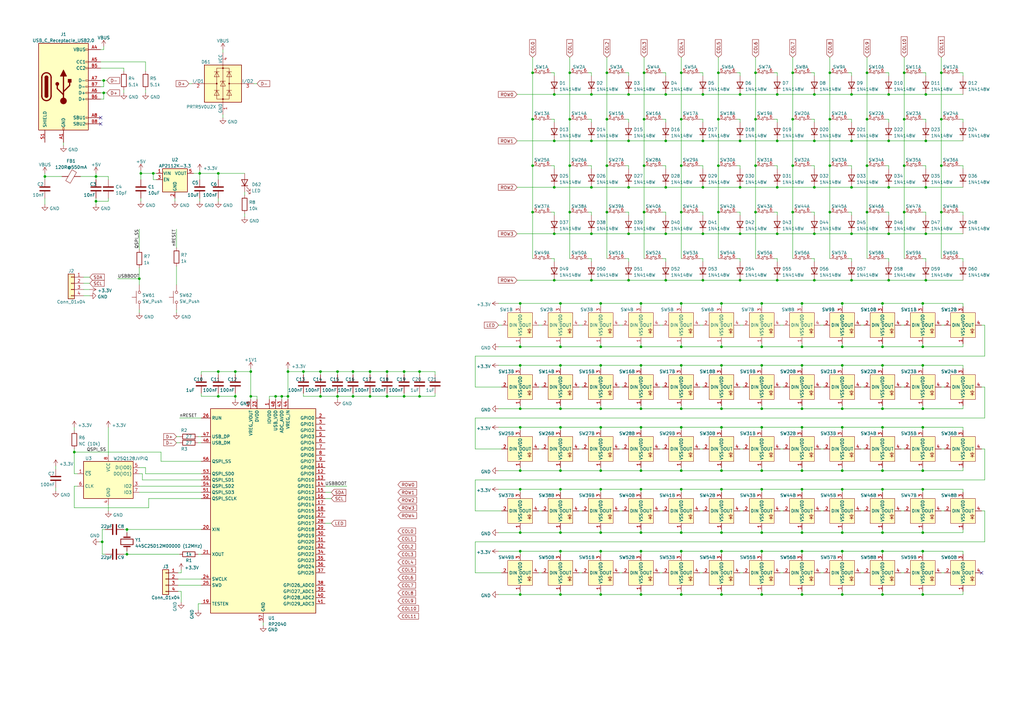
<source format=kicad_sch>
(kicad_sch (version 20211123) (generator eeschema)
  (paper "A3")
  (junction (at 242.57 57.785))
  (junction (at 328.93 243.84))
  (junction (at 312.42 167.64))
  (junction (at 229.87 167.64))
  (junction (at 303.53 57.785))
  (junction (at 279.4 175.26))
  (junction (at 288.29 57.785))
  (junction (at 334.01 76.835))
  (junction (at 379.73 38.735))
  (junction (at 386.08 29.845))
  (junction (at 361.95 200.66))
  (junction (at 233.68 48.895))
  (junction (at 213.36 142.24))
  (junction (at 309.88 48.895))
  (junction (at 229.87 149.86))
  (junction (at 345.44 243.84))
  (junction (at 345.44 218.44))
  (junction (at 113.03 162.56))
  (junction (at 57.15 114.3))
  (junction (at 328.93 175.26))
  (junction (at 246.38 142.24))
  (junction (at 328.93 142.24))
  (junction (at 370.84 48.895))
  (junction (at 279.4 226.06))
  (junction (at 151.765 152.4))
  (junction (at 295.91 243.84))
  (junction (at 279.4 142.24))
  (junction (at 309.88 86.995))
  (junction (at 102.87 162.56))
  (junction (at 262.89 149.86))
  (junction (at 325.12 29.845))
  (junction (at 264.16 67.945))
  (junction (at 213.36 124.46))
  (junction (at 273.05 57.785))
  (junction (at 340.36 29.845))
  (junction (at 242.57 76.835))
  (junction (at 52.07 227.33))
  (junction (at 279.4 149.86))
  (junction (at 229.87 226.06))
  (junction (at 279.4 48.895))
  (junction (at 312.42 149.86))
  (junction (at 273.05 76.835))
  (junction (at 144.78 152.4))
  (junction (at 165.735 162.56))
  (junction (at 345.44 193.04))
  (junction (at 294.64 86.995))
  (junction (at 340.36 86.995))
  (junction (at 361.95 218.44))
  (junction (at 340.36 67.945))
  (junction (at 345.44 167.64))
  (junction (at 227.33 38.735))
  (junction (at 279.4 243.84))
  (junction (at 349.25 38.735))
  (junction (at 288.29 76.835))
  (junction (at 246.38 200.66))
  (junction (at 288.29 38.735))
  (junction (at 227.33 76.835))
  (junction (at 118.11 162.56))
  (junction (at 165.735 152.4))
  (junction (at 345.44 175.26))
  (junction (at 233.68 29.845))
  (junction (at 355.6 29.845))
  (junction (at 294.64 29.845))
  (junction (at 229.87 124.46))
  (junction (at 349.25 114.935))
  (junction (at 227.33 57.785))
  (junction (at 42.545 38.1))
  (junction (at 279.4 67.945))
  (junction (at 213.36 193.04))
  (junction (at 262.89 167.64))
  (junction (at 355.6 48.895))
  (junction (at 229.87 193.04))
  (junction (at 273.05 38.735))
  (junction (at 334.01 114.935))
  (junction (at 328.93 226.06))
  (junction (at 81.915 71.12))
  (junction (at 262.89 124.46))
  (junction (at 279.4 167.64))
  (junction (at 318.77 114.935))
  (junction (at 364.49 57.785))
  (junction (at 312.42 218.44))
  (junction (at 361.95 149.86))
  (junction (at 325.12 48.895))
  (junction (at 264.16 48.895))
  (junction (at 246.38 175.26))
  (junction (at 248.92 67.945))
  (junction (at 378.46 124.46))
  (junction (at 309.88 67.945))
  (junction (at 334.01 57.785))
  (junction (at 328.93 124.46))
  (junction (at 328.93 200.66))
  (junction (at 328.93 193.04))
  (junction (at 52.07 217.17))
  (junction (at 378.46 142.24))
  (junction (at 42.545 33.02))
  (junction (at 303.53 95.885))
  (junction (at 158.75 152.4))
  (junction (at 349.25 57.785))
  (junction (at 309.88 29.845))
  (junction (at 386.08 48.895))
  (junction (at 378.46 218.44))
  (junction (at 248.92 29.845))
  (junction (at 118.11 152.4))
  (junction (at 328.93 149.86))
  (junction (at 312.42 124.46))
  (junction (at 39.37 82.55))
  (junction (at 213.36 243.84))
  (junction (at 262.89 142.24))
  (junction (at 312.42 175.26))
  (junction (at 318.77 95.885))
  (junction (at 361.95 175.26))
  (junction (at 379.73 57.785))
  (junction (at 378.46 193.04))
  (junction (at 355.6 86.995))
  (junction (at 264.16 86.995))
  (junction (at 279.4 200.66))
  (junction (at 295.91 124.46))
  (junction (at 115.57 162.56))
  (junction (at 218.44 29.845))
  (junction (at 218.44 86.995))
  (junction (at 370.84 67.945))
  (junction (at 279.4 193.04))
  (junction (at 248.92 48.895))
  (junction (at 295.91 149.86))
  (junction (at 294.64 48.895))
  (junction (at 378.46 200.66))
  (junction (at 355.6 67.945))
  (junction (at 378.46 175.26))
  (junction (at 379.73 76.835))
  (junction (at 262.89 243.84))
  (junction (at 262.89 218.44))
  (junction (at 295.91 167.64))
  (junction (at 295.91 200.66))
  (junction (at 312.42 193.04))
  (junction (at 312.42 142.24))
  (junction (at 158.75 162.56))
  (junction (at 334.01 95.885))
  (junction (at 378.46 167.64))
  (junction (at 345.44 149.86))
  (junction (at 213.36 149.86))
  (junction (at 96.52 162.56))
  (junction (at 213.36 167.64))
  (junction (at 246.38 149.86))
  (junction (at 386.08 86.995))
  (junction (at 288.29 114.935))
  (junction (at 295.91 142.24))
  (junction (at 262.89 226.06))
  (junction (at 273.05 114.935))
  (junction (at 218.44 67.945))
  (junction (at 379.73 114.935))
  (junction (at 213.36 175.26))
  (junction (at 138.43 162.56))
  (junction (at 279.4 124.46))
  (junction (at 246.38 193.04))
  (junction (at 246.38 218.44))
  (junction (at 279.4 29.845))
  (junction (at 303.53 38.735))
  (junction (at 295.91 226.06))
  (junction (at 328.93 218.44))
  (junction (at 227.33 95.885))
  (junction (at 364.49 95.885))
  (junction (at 364.49 114.935))
  (junction (at 227.33 114.935))
  (junction (at 62.865 71.12))
  (junction (at 364.49 76.835))
  (junction (at 361.95 167.64))
  (junction (at 349.25 76.835))
  (junction (at 294.64 67.945))
  (junction (at 102.87 152.4))
  (junction (at 246.38 243.84))
  (junction (at 312.42 226.06))
  (junction (at 325.12 67.945))
  (junction (at 213.36 226.06))
  (junction (at 18.415 72.39))
  (junction (at 218.44 48.895))
  (junction (at 264.16 29.845))
  (junction (at 213.36 200.66))
  (junction (at 257.81 38.735))
  (junction (at 30.48 185.42))
  (junction (at 124.46 152.4))
  (junction (at 233.68 67.945))
  (junction (at 246.38 124.46))
  (junction (at 295.91 175.26))
  (junction (at 295.91 193.04))
  (junction (at 328.93 167.64))
  (junction (at 131.445 162.56))
  (junction (at 257.81 95.885))
  (junction (at 262.89 193.04))
  (junction (at 229.87 142.24))
  (junction (at 257.81 57.785))
  (junction (at 378.46 149.86))
  (junction (at 334.01 38.735))
  (junction (at 248.92 86.995))
  (junction (at 229.87 243.84))
  (junction (at 233.68 86.995))
  (junction (at 318.77 76.835))
  (junction (at 349.25 95.885))
  (junction (at 242.57 114.935))
  (junction (at 312.42 243.84))
  (junction (at 386.08 67.945))
  (junction (at 379.73 95.885))
  (junction (at 364.49 38.735))
  (junction (at 370.84 86.995))
  (junction (at 312.42 200.66))
  (junction (at 229.87 218.44))
  (junction (at 318.77 57.785))
  (junction (at 257.81 76.835))
  (junction (at 151.765 162.56))
  (junction (at 229.87 200.66))
  (junction (at 89.535 71.12))
  (junction (at 96.52 152.4))
  (junction (at 303.53 76.835))
  (junction (at 279.4 86.995))
  (junction (at 246.38 167.64))
  (junction (at 288.29 95.885))
  (junction (at 361.95 193.04))
  (junction (at 361.95 142.24))
  (junction (at 361.95 124.46))
  (junction (at 172.085 162.56))
  (junction (at 262.89 175.26))
  (junction (at 318.77 38.735))
  (junction (at 325.12 86.995))
  (junction (at 213.36 218.44))
  (junction (at 242.57 95.885))
  (junction (at 303.53 114.935))
  (junction (at 89.535 152.4))
  (junction (at 242.57 38.735))
  (junction (at 39.37 72.39))
  (junction (at 370.84 29.845))
  (junction (at 144.78 162.56))
  (junction (at 345.44 142.24))
  (junction (at 340.36 48.895))
  (junction (at 246.38 226.06))
  (junction (at 41.91 222.25))
  (junction (at 138.43 152.4))
  (junction (at 172.085 152.4))
  (junction (at 361.95 226.06))
  (junction (at 378.46 226.06))
  (junction (at 361.95 243.84))
  (junction (at 345.44 200.66))
  (junction (at 295.91 218.44))
  (junction (at 378.46 243.84))
  (junction (at 345.44 124.46))
  (junction (at 257.81 114.935))
  (junction (at 89.535 162.56))
  (junction (at 262.89 200.66))
  (junction (at 279.4 218.44))
  (junction (at 57.785 71.12))
  (junction (at 229.87 175.26))
  (junction (at 131.445 152.4))
  (junction (at 345.44 226.06))
  (junction (at 273.05 95.885))
  (no_connect (at 41.275 48.26))
  (no_connect (at 402.59 234.95))
  (no_connect (at 41.275 50.8))
  (wire (pts (xy 328.93 243.84) (xy 345.44 243.84)))
  (wire (pts (xy 96.52 162.56) (xy 96.52 161.29)))
  (wire (pts (xy 318.77 57.785) (xy 334.01 57.785)))
  (wire (pts (xy 387.35 133.35) (xy 386.08 133.35)))
  (wire (pts (xy 361.95 142.24) (xy 361.95 140.97)))
  (wire (pts (xy 60.96 208.28) (xy 60.96 204.47)))
  (wire (pts (xy 337.82 234.95) (xy 336.55 234.95)))
  (wire (pts (xy 345.44 218.44) (xy 345.44 217.17)))
  (wire (pts (xy 256.54 48.895) (xy 257.81 48.895)))
  (wire (pts (xy 345.44 243.84) (xy 345.44 242.57)))
  (wire (pts (xy 273.05 38.735) (xy 288.29 38.735)))
  (wire (pts (xy 328.93 175.26) (xy 345.44 175.26)))
  (wire (pts (xy 345.44 243.84) (xy 361.95 243.84)))
  (wire (pts (xy 318.77 48.895) (xy 318.77 50.165)))
  (wire (pts (xy 226.06 48.895) (xy 227.33 48.895)))
  (wire (pts (xy 288.29 95.885) (xy 303.53 95.885)))
  (wire (pts (xy 279.4 124.46) (xy 279.4 125.73)))
  (wire (pts (xy 73.66 227.33) (xy 52.07 227.33)))
  (wire (pts (xy 242.57 86.995) (xy 242.57 88.265)))
  (wire (pts (xy 213.36 124.46) (xy 213.36 125.73)))
  (wire (pts (xy 378.46 175.26) (xy 394.97 175.26)))
  (wire (pts (xy 256.54 67.945) (xy 257.81 67.945)))
  (wire (pts (xy 361.95 142.24) (xy 378.46 142.24)))
  (wire (pts (xy 317.5 48.895) (xy 318.77 48.895)))
  (wire (pts (xy 262.89 226.06) (xy 262.89 227.33)))
  (wire (pts (xy 96.52 152.4) (xy 102.87 152.4)))
  (wire (pts (xy 279.4 218.44) (xy 279.4 217.17)))
  (wire (pts (xy 229.87 142.24) (xy 229.87 140.97)))
  (wire (pts (xy 378.46 226.06) (xy 394.97 226.06)))
  (wire (pts (xy 355.6 67.945) (xy 355.6 86.995)))
  (wire (pts (xy 212.09 76.835) (xy 227.33 76.835)))
  (wire (pts (xy 317.5 86.995) (xy 318.77 86.995)))
  (wire (pts (xy 394.97 175.26) (xy 394.97 176.53)))
  (wire (pts (xy 379.73 29.845) (xy 379.73 31.115)))
  (wire (pts (xy 73.025 237.49) (xy 82.55 237.49)))
  (wire (pts (xy 52.07 217.17) (xy 52.07 218.44)))
  (wire (pts (xy 317.5 29.845) (xy 318.77 29.845)))
  (wire (pts (xy 256.54 106.045) (xy 257.81 106.045)))
  (wire (pts (xy 345.44 149.86) (xy 361.95 149.86)))
  (wire (pts (xy 222.25 133.35) (xy 220.98 133.35)))
  (wire (pts (xy 279.4 142.24) (xy 295.91 142.24)))
  (wire (pts (xy 387.35 184.15) (xy 386.08 184.15)))
  (wire (pts (xy 295.91 217.17) (xy 295.91 218.44)))
  (wire (pts (xy 393.7 86.995) (xy 394.97 86.995)))
  (wire (pts (xy 135.89 201.93) (xy 133.35 201.93)))
  (wire (pts (xy 312.42 193.04) (xy 312.42 191.77)))
  (wire (pts (xy 100.33 80.01) (xy 100.33 78.74)))
  (wire (pts (xy 42.545 33.02) (xy 43.815 33.02)))
  (wire (pts (xy 295.91 193.04) (xy 312.42 193.04)))
  (wire (pts (xy 41.275 27.94) (xy 50.8 27.94)))
  (wire (pts (xy 246.38 175.26) (xy 262.89 175.26)))
  (wire (pts (xy 165.735 152.4) (xy 172.085 152.4)))
  (wire (pts (xy 158.75 153.67) (xy 158.75 152.4)))
  (wire (pts (xy 255.27 133.35) (xy 254 133.35)))
  (wire (pts (xy 229.87 175.26) (xy 246.38 175.26)))
  (wire (pts (xy 212.09 114.935) (xy 227.33 114.935)))
  (wire (pts (xy 361.95 226.06) (xy 361.95 227.33)))
  (wire (pts (xy 57.785 71.12) (xy 57.785 73.66)))
  (wire (pts (xy 41.275 38.1) (xy 42.545 38.1)))
  (wire (pts (xy 304.8 184.15) (xy 303.53 184.15)))
  (wire (pts (xy 317.5 106.045) (xy 318.77 106.045)))
  (wire (pts (xy 151.765 152.4) (xy 158.75 152.4)))
  (wire (pts (xy 262.89 226.06) (xy 279.4 226.06)))
  (wire (pts (xy 31.75 199.39) (xy 30.48 199.39)))
  (wire (pts (xy 74.295 242.57) (xy 73.025 242.57)))
  (wire (pts (xy 273.05 57.785) (xy 288.29 57.785)))
  (wire (pts (xy 213.36 226.06) (xy 229.87 226.06)))
  (wire (pts (xy 25.4 72.39) (xy 18.415 72.39)))
  (wire (pts (xy 222.25 184.15) (xy 220.98 184.15)))
  (wire (pts (xy 213.36 218.44) (xy 229.87 218.44)))
  (wire (pts (xy 379.73 48.895) (xy 379.73 50.165)))
  (wire (pts (xy 340.36 67.945) (xy 340.36 86.995)))
  (wire (pts (xy 312.42 167.64) (xy 312.42 166.37)))
  (wire (pts (xy 378.46 167.64) (xy 394.97 167.64)))
  (wire (pts (xy 229.87 175.26) (xy 229.87 176.53)))
  (wire (pts (xy 287.02 48.895) (xy 288.29 48.895)))
  (wire (pts (xy 378.46 243.84) (xy 394.97 243.84)))
  (wire (pts (xy 394.97 149.86) (xy 394.97 151.13)))
  (wire (pts (xy 393.7 106.045) (xy 394.97 106.045)))
  (wire (pts (xy 279.4 149.86) (xy 279.4 151.13)))
  (wire (pts (xy 394.97 124.46) (xy 394.97 125.73)))
  (wire (pts (xy 262.89 243.84) (xy 279.4 243.84)))
  (wire (pts (xy 39.37 72.39) (xy 39.37 71.12)))
  (wire (pts (xy 57.15 93.98) (xy 57.15 102.235)))
  (wire (pts (xy 44.45 72.39) (xy 44.45 73.66)))
  (wire (pts (xy 347.98 29.845) (xy 349.25 29.845)))
  (wire (pts (xy 229.87 200.66) (xy 246.38 200.66)))
  (wire (pts (xy 378.46 142.24) (xy 378.46 140.97)))
  (wire (pts (xy 158.75 152.4) (xy 165.735 152.4)))
  (wire (pts (xy 118.11 151.13) (xy 118.11 152.4)))
  (wire (pts (xy 349.25 67.945) (xy 349.25 69.215)))
  (wire (pts (xy 212.09 38.735) (xy 227.33 38.735)))
  (wire (pts (xy 96.52 163.83) (xy 96.52 162.56)))
  (wire (pts (xy 387.35 158.75) (xy 386.08 158.75)))
  (wire (pts (xy 257.81 48.895) (xy 257.81 50.165)))
  (wire (pts (xy 248.92 23.495) (xy 248.92 29.845)))
  (wire (pts (xy 42.545 35.56) (xy 42.545 33.02)))
  (wire (pts (xy 41.275 40.64) (xy 42.545 40.64)))
  (wire (pts (xy 294.64 29.845) (xy 294.64 48.895)))
  (wire (pts (xy 295.91 124.46) (xy 312.42 124.46)))
  (wire (pts (xy 256.54 29.845) (xy 257.81 29.845)))
  (wire (pts (xy 233.68 48.895) (xy 233.68 67.945)))
  (wire (pts (xy 72.39 93.98) (xy 72.39 101.6)))
  (wire (pts (xy 81.28 250.19) (xy 81.28 247.65)))
  (wire (pts (xy 33.02 72.39) (xy 39.37 72.39)))
  (wire (pts (xy 288.29 114.935) (xy 303.53 114.935)))
  (wire (pts (xy 82.55 217.17) (xy 52.07 217.17)))
  (wire (pts (xy 60.96 204.47) (xy 82.55 204.47)))
  (wire (pts (xy 39.37 72.39) (xy 44.45 72.39)))
  (wire (pts (xy 332.74 29.845) (xy 334.01 29.845)))
  (wire (pts (xy 42.545 20.32) (xy 42.545 19.05)))
  (wire (pts (xy 238.76 209.55) (xy 237.49 209.55)))
  (wire (pts (xy 124.46 152.4) (xy 131.445 152.4)))
  (wire (pts (xy 312.42 142.24) (xy 312.42 140.97)))
  (wire (pts (xy 73.025 234.95) (xy 74.295 234.95)))
  (wire (pts (xy 36.83 116.205) (xy 34.29 116.205)))
  (wire (pts (xy 229.87 200.66) (xy 229.87 201.93)))
  (wire (pts (xy 246.38 218.44) (xy 262.89 218.44)))
  (wire (pts (xy 295.91 175.26) (xy 295.91 176.53)))
  (wire (pts (xy 402.59 209.55) (xy 403.86 209.55)))
  (wire (pts (xy 349.25 57.785) (xy 364.49 57.785)))
  (wire (pts (xy 222.25 234.95) (xy 220.98 234.95)))
  (wire (pts (xy 349.25 29.845) (xy 349.25 31.115)))
  (wire (pts (xy 309.88 23.495) (xy 309.88 29.845)))
  (wire (pts (xy 242.57 76.835) (xy 257.81 76.835)))
  (wire (pts (xy 241.3 106.045) (xy 242.57 106.045)))
  (wire (pts (xy 273.05 95.885) (xy 288.29 95.885)))
  (wire (pts (xy 312.42 149.86) (xy 312.42 151.13)))
  (wire (pts (xy 273.05 67.945) (xy 273.05 69.215)))
  (wire (pts (xy 287.02 106.045) (xy 288.29 106.045)))
  (wire (pts (xy 229.87 149.86) (xy 229.87 151.13)))
  (wire (pts (xy 115.57 162.56) (xy 115.57 163.83)))
  (wire (pts (xy 312.42 226.06) (xy 312.42 227.33)))
  (wire (pts (xy 318.77 114.935) (xy 334.01 114.935)))
  (wire (pts (xy 204.47 149.86) (xy 213.36 149.86)))
  (wire (pts (xy 89.535 152.4) (xy 89.535 153.67)))
  (wire (pts (xy 238.76 133.35) (xy 237.49 133.35)))
  (wire (pts (xy 241.3 67.945) (xy 242.57 67.945)))
  (wire (pts (xy 131.445 162.56) (xy 124.46 162.56)))
  (wire (pts (xy 328.93 175.26) (xy 328.93 176.53)))
  (wire (pts (xy 213.36 167.64) (xy 229.87 167.64)))
  (wire (pts (xy 309.88 29.845) (xy 309.88 48.895)))
  (wire (pts (xy 213.36 226.06) (xy 213.36 227.33)))
  (wire (pts (xy 213.36 243.84) (xy 204.47 243.84)))
  (wire (pts (xy 18.415 72.39) (xy 18.415 71.12)))
  (wire (pts (xy 72.39 109.22) (xy 72.39 116.84)))
  (wire (pts (xy 279.4 226.06) (xy 279.4 227.33)))
  (wire (pts (xy 394.97 200.66) (xy 394.97 201.93)))
  (wire (pts (xy 328.93 218.44) (xy 345.44 218.44)))
  (wire (pts (xy 318.77 29.845) (xy 318.77 31.115)))
  (wire (pts (xy 115.57 162.56) (xy 118.11 162.56)))
  (wire (pts (xy 194.945 234.95) (xy 205.74 234.95)))
  (wire (pts (xy 124.46 153.67) (xy 124.46 152.4)))
  (wire (pts (xy 334.01 38.735) (xy 349.25 38.735)))
  (wire (pts (xy 271.78 158.75) (xy 270.51 158.75)))
  (wire (pts (xy 364.49 86.995) (xy 364.49 88.265)))
  (wire (pts (xy 118.11 152.4) (xy 118.11 162.56)))
  (wire (pts (xy 304.8 158.75) (xy 303.53 158.75)))
  (wire (pts (xy 138.43 162.56) (xy 131.445 162.56)))
  (wire (pts (xy 212.09 57.785) (xy 227.33 57.785)))
  (wire (pts (xy 79.375 71.12) (xy 81.915 71.12)))
  (wire (pts (xy 364.49 67.945) (xy 364.49 69.215)))
  (wire (pts (xy 361.95 218.44) (xy 361.95 217.17)))
  (wire (pts (xy 337.82 133.35) (xy 336.55 133.35)))
  (wire (pts (xy 257.81 38.735) (xy 273.05 38.735)))
  (wire (pts (xy 262.89 193.04) (xy 262.89 191.77)))
  (wire (pts (xy 271.78 209.55) (xy 270.51 209.55)))
  (wire (pts (xy 295.91 167.64) (xy 312.42 167.64)))
  (wire (pts (xy 82.55 153.67) (xy 82.55 152.4)))
  (wire (pts (xy 113.03 162.56) (xy 115.57 162.56)))
  (wire (pts (xy 279.4 243.84) (xy 279.4 242.57)))
  (wire (pts (xy 271.78 106.045) (xy 273.05 106.045)))
  (wire (pts (xy 334.01 57.785) (xy 349.25 57.785)))
  (wire (pts (xy 246.38 193.04) (xy 262.89 193.04)))
  (wire (pts (xy 57.15 201.93) (xy 82.55 201.93)))
  (wire (pts (xy 34.29 121.285) (xy 36.83 121.285)))
  (wire (pts (xy 144.78 153.67) (xy 144.78 152.4)))
  (wire (pts (xy 370.84 67.945) (xy 370.84 86.995)))
  (wire (pts (xy 378.46 200.66) (xy 378.46 201.93)))
  (wire (pts (xy 294.64 23.495) (xy 294.64 29.845)))
  (wire (pts (xy 355.6 48.895) (xy 355.6 67.945)))
  (wire (pts (xy 273.05 114.935) (xy 288.29 114.935)))
  (wire (pts (xy 135.89 214.63) (xy 133.35 214.63)))
  (wire (pts (xy 288.29 133.35) (xy 287.02 133.35)))
  (wire (pts (xy 100.33 88.9) (xy 100.33 87.63)))
  (wire (pts (xy 194.945 196.85) (xy 403.86 196.85)))
  (wire (pts (xy 124.46 162.56) (xy 124.46 161.29)))
  (wire (pts (xy 345.44 226.06) (xy 361.95 226.06)))
  (wire (pts (xy 213.36 218.44) (xy 204.47 218.44)))
  (wire (pts (xy 246.38 226.06) (xy 246.38 227.33)))
  (wire (pts (xy 302.26 48.895) (xy 303.53 48.895)))
  (wire (pts (xy 213.36 193.04) (xy 204.47 193.04)))
  (wire (pts (xy 379.73 76.835) (xy 394.97 76.835)))
  (wire (pts (xy 57.785 82.55) (xy 57.785 81.28)))
  (wire (pts (xy 229.87 124.46) (xy 229.87 125.73)))
  (wire (pts (xy 318.77 86.995) (xy 318.77 88.265)))
  (wire (pts (xy 226.06 86.995) (xy 227.33 86.995)))
  (wire (pts (xy 334.01 114.935) (xy 349.25 114.935)))
  (wire (pts (xy 394.97 142.24) (xy 394.97 140.97)))
  (wire (pts (xy 279.4 23.495) (xy 279.4 29.845)))
  (wire (pts (xy 36.83 113.665) (xy 34.29 113.665)))
  (wire (pts (xy 387.35 234.95) (xy 386.08 234.95)))
  (wire (pts (xy 255.27 209.55) (xy 254 209.55)))
  (wire (pts (xy 394.97 218.44) (xy 394.97 217.17)))
  (wire (pts (xy 242.57 106.045) (xy 242.57 107.315)))
  (wire (pts (xy 328.93 149.86) (xy 345.44 149.86)))
  (wire (pts (xy 328.93 167.64) (xy 345.44 167.64)))
  (wire (pts (xy 229.87 226.06) (xy 246.38 226.06)))
  (wire (pts (xy 64.135 73.66) (xy 62.865 73.66)))
  (wire (pts (xy 50.8 36.83) (xy 50.8 38.1)))
  (wire (pts (xy 213.36 217.17) (xy 213.36 218.44)))
  (wire (pts (xy 227.33 76.835) (xy 242.57 76.835)))
  (wire (pts (xy 328.93 124.46) (xy 345.44 124.46)))
  (wire (pts (xy 213.36 166.37) (xy 213.36 167.64)))
  (wire (pts (xy 262.89 142.24) (xy 262.89 140.97)))
  (wire (pts (xy 379.73 38.735) (xy 394.97 38.735)))
  (wire (pts (xy 264.16 23.495) (xy 264.16 29.845)))
  (wire (pts (xy 309.88 48.895) (xy 309.88 67.945)))
  (wire (pts (xy 271.78 133.35) (xy 270.51 133.35)))
  (wire (pts (xy 256.54 86.995) (xy 257.81 86.995)))
  (wire (pts (xy 378.46 167.64) (xy 378.46 166.37)))
  (wire (pts (xy 248.92 48.895) (xy 248.92 67.945)))
  (wire (pts (xy 345.44 124.46) (xy 345.44 125.73)))
  (wire (pts (xy 304.8 234.95) (xy 303.53 234.95)))
  (wire (pts (xy 81.915 71.12) (xy 81.915 73.66)))
  (wire (pts (xy 204.47 200.66) (xy 213.36 200.66)))
  (wire (pts (xy 394.97 243.84) (xy 394.97 242.57)))
  (wire (pts (xy 57.15 199.39) (xy 82.55 199.39)))
  (wire (pts (xy 257.81 29.845) (xy 257.81 31.115)))
  (wire (pts (xy 370.84 86.995) (xy 370.84 106.045)))
  (wire (pts (xy 264.16 29.845) (xy 264.16 48.895)))
  (wire (pts (xy 262.89 200.66) (xy 279.4 200.66)))
  (wire (pts (xy 227.33 48.895) (xy 227.33 50.165)))
  (wire (pts (xy 325.12 48.895) (xy 325.12 67.945)))
  (wire (pts (xy 309.88 67.945) (xy 309.88 86.995)))
  (wire (pts (xy 66.04 185.42) (xy 66.04 189.23)))
  (wire (pts (xy 172.085 152.4) (xy 172.085 153.67)))
  (wire (pts (xy 229.87 142.24) (xy 246.38 142.24)))
  (wire (pts (xy 303.53 95.885) (xy 318.77 95.885)))
  (wire (pts (xy 394.97 48.895) (xy 394.97 50.165)))
  (wire (pts (xy 138.43 162.56) (xy 138.43 161.29)))
  (wire (pts (xy 303.53 48.895) (xy 303.53 50.165)))
  (wire (pts (xy 318.77 38.735) (xy 334.01 38.735)))
  (wire (pts (xy 288.29 184.15) (xy 287.02 184.15)))
  (wire (pts (xy 294.64 86.995) (xy 294.64 106.045)))
  (wire (pts (xy 110.49 162.56) (xy 110.49 163.83)))
  (wire (pts (xy 40.64 222.25) (xy 41.91 222.25)))
  (wire (pts (xy 204.47 133.35) (xy 205.74 133.35)))
  (wire (pts (xy 213.36 193.04) (xy 229.87 193.04)))
  (wire (pts (xy 57.15 194.31) (xy 58.42 194.31)))
  (wire (pts (xy 233.68 23.495) (xy 233.68 29.845)))
  (wire (pts (xy 89.535 162.56) (xy 82.55 162.56)))
  (wire (pts (xy 218.44 29.845) (xy 218.44 48.895)))
  (wire (pts (xy 227.33 57.785) (xy 242.57 57.785)))
  (wire (pts (xy 295.91 218.44) (xy 312.42 218.44)))
  (wire (pts (xy 363.22 106.045) (xy 364.49 106.045)))
  (wire (pts (xy 257.81 57.785) (xy 273.05 57.785)))
  (wire (pts (xy 172.085 162.56) (xy 178.435 162.56)))
  (wire (pts (xy 89.535 161.29) (xy 89.535 162.56)))
  (wire (pts (xy 52.07 227.33) (xy 52.07 226.06)))
  (wire (pts (xy 302.26 106.045) (xy 303.53 106.045)))
  (wire (pts (xy 394.97 106.045) (xy 394.97 107.315)))
  (wire (pts (xy 378.46 200.66) (xy 394.97 200.66)))
  (wire (pts (xy 273.05 76.835) (xy 288.29 76.835)))
  (wire (pts (xy 363.22 86.995) (xy 364.49 86.995)))
  (wire (pts (xy 325.12 29.845) (xy 325.12 48.895)))
  (wire (pts (xy 72.39 181.61) (xy 73.66 181.61)))
  (wire (pts (xy 345.44 175.26) (xy 361.95 175.26)))
  (wire (pts (xy 304.8 133.35) (xy 303.53 133.35)))
  (wire (pts (xy 361.95 193.04) (xy 361.95 191.77)))
  (wire (pts (xy 42.545 38.1) (xy 43.815 38.1)))
  (wire (pts (xy 302.26 67.945) (xy 303.53 67.945)))
  (wire (pts (xy 403.86 196.85) (xy 403.86 184.15)))
  (wire (pts (xy 312.42 149.86) (xy 328.93 149.86)))
  (wire (pts (xy 39.37 73.66) (xy 39.37 72.39)))
  (wire (pts (xy 340.36 29.845) (xy 340.36 48.895)))
  (wire (pts (xy 194.945 184.15) (xy 194.945 171.45)))
  (wire (pts (xy 262.89 167.64) (xy 279.4 167.64)))
  (wire (pts (xy 379.73 106.045) (xy 379.73 107.315)))
  (wire (pts (xy 321.31 158.75) (xy 320.04 158.75)))
  (wire (pts (xy 288.29 209.55) (xy 287.02 209.55)))
  (wire (pts (xy 246.38 200.66) (xy 262.89 200.66)))
  (wire (pts (xy 361.95 167.64) (xy 378.46 167.64)))
  (wire (pts (xy 246.38 243.84) (xy 262.89 243.84)))
  (wire (pts (xy 363.22 67.945) (xy 364.49 67.945)))
  (wire (pts (xy 303.53 29.845) (xy 303.53 31.115)))
  (wire (pts (xy 178.435 153.67) (xy 178.435 152.4)))
  (wire (pts (xy 229.87 243.84) (xy 246.38 243.84)))
  (wire (pts (xy 50.8 217.17) (xy 52.07 217.17)))
  (wire (pts (xy 271.78 184.15) (xy 270.51 184.15)))
  (wire (pts (xy 302.26 29.845) (xy 303.53 29.845)))
  (wire (pts (xy 328.93 193.04) (xy 328.93 191.77)))
  (wire (pts (xy 279.4 226.06) (xy 295.91 226.06)))
  (wire (pts (xy 213.36 124.46) (xy 229.87 124.46)))
  (wire (pts (xy 105.41 34.29) (xy 104.14 34.29)))
  (wire (pts (xy 213.36 142.24) (xy 204.47 142.24)))
  (wire (pts (xy 102.87 162.56) (xy 102.87 163.83)))
  (wire (pts (xy 312.42 226.06) (xy 328.93 226.06)))
  (wire (pts (xy 257.81 67.945) (xy 257.81 69.215)))
  (wire (pts (xy 135.89 204.47) (xy 133.35 204.47)))
  (wire (pts (xy 288.29 158.75) (xy 287.02 158.75)))
  (wire (pts (xy 345.44 226.06) (xy 345.44 227.33)))
  (wire (pts (xy 178.435 162.56) (xy 178.435 161.29)))
  (wire (pts (xy 378.46 218.44) (xy 378.46 217.17)))
  (wire (pts (xy 386.08 67.945) (xy 386.08 86.995)))
  (wire (pts (xy 312.42 200.66) (xy 328.93 200.66)))
  (wire (pts (xy 295.91 226.06) (xy 295.91 227.33)))
  (wire (pts (xy 248.92 67.945) (xy 248.92 86.995)))
  (wire (pts (xy 89.535 71.12) (xy 89.535 73.66)))
  (wire (pts (xy 30.48 208.28) (xy 60.96 208.28)))
  (wire (pts (xy 328.93 200.66) (xy 328.93 201.93)))
  (wire (pts (xy 229.87 124.46) (xy 246.38 124.46)))
  (wire (pts (xy 242.57 29.845) (xy 242.57 31.115)))
  (wire (pts (xy 279.4 200.66) (xy 295.91 200.66)))
  (wire (pts (xy 273.05 48.895) (xy 273.05 50.165)))
  (wire (pts (xy 393.7 48.895) (xy 394.97 48.895)))
  (wire (pts (xy 227.33 86.995) (xy 227.33 88.265)))
  (wire (pts (xy 312.42 243.84) (xy 328.93 243.84)))
  (wire (pts (xy 288.29 86.995) (xy 288.29 88.265)))
  (wire (pts (xy 287.02 67.945) (xy 288.29 67.945)))
  (wire (pts (xy 378.46 67.945) (xy 379.73 67.945)))
  (wire (pts (xy 318.77 95.885) (xy 334.01 95.885)))
  (wire (pts (xy 144.78 162.56) (xy 144.78 161.29)))
  (wire (pts (xy 402.59 158.75) (xy 403.86 158.75)))
  (wire (pts (xy 62.865 71.12) (xy 57.785 71.12)))
  (wire (pts (xy 262.89 142.24) (xy 279.4 142.24)))
  (wire (pts (xy 48.26 114.3) (xy 57.15 114.3)))
  (wire (pts (xy 386.08 23.495) (xy 386.08 29.845)))
  (wire (pts (xy 194.945 234.95) (xy 194.945 222.25)))
  (wire (pts (xy 229.87 149.86) (xy 246.38 149.86)))
  (wire (pts (xy 361.95 243.84) (xy 378.46 243.84)))
  (wire (pts (xy 82.55 162.56) (xy 82.55 161.29)))
  (wire (pts (xy 50.8 227.33) (xy 52.07 227.33)))
  (wire (pts (xy 345.44 149.86) (xy 345.44 151.13)))
  (wire (pts (xy 378.46 48.895) (xy 379.73 48.895)))
  (wire (pts (xy 378.46 193.04) (xy 394.97 193.04)))
  (wire (pts (xy 218.44 48.895) (xy 218.44 67.945)))
  (wire (pts (xy 257.81 95.885) (xy 273.05 95.885)))
  (wire (pts (xy 312.42 243.84) (xy 312.42 242.57)))
  (wire (pts (xy 287.02 29.845) (xy 288.29 29.845)))
  (wire (pts (xy 279.4 175.26) (xy 279.4 176.53)))
  (wire (pts (xy 364.49 38.735) (xy 379.73 38.735)))
  (wire (pts (xy 328.93 226.06) (xy 345.44 226.06)))
  (wire (pts (xy 72.39 179.07) (xy 73.66 179.07)))
  (wire (pts (xy 59.69 36.83) (xy 59.69 38.1)))
  (wire (pts (xy 165.735 162.56) (xy 158.75 162.56)))
  (wire (pts (xy 241.3 29.845) (xy 242.57 29.845)))
  (wire (pts (xy 227.33 67.945) (xy 227.33 69.215)))
  (wire (pts (xy 349.25 114.935) (xy 364.49 114.935)))
  (wire (pts (xy 271.78 67.945) (xy 273.05 67.945)))
  (wire (pts (xy 233.68 29.845) (xy 233.68 48.895)))
  (wire (pts (xy 295.91 149.86) (xy 312.42 149.86)))
  (wire (pts (xy 279.4 86.995) (xy 279.4 106.045)))
  (wire (pts (xy 394.97 226.06) (xy 394.97 227.33)))
  (wire (pts (xy 262.89 218.44) (xy 279.4 218.44)))
  (wire (pts (xy 370.84 48.895) (xy 370.84 67.945)))
  (wire (pts (xy 43.18 217.17) (xy 41.91 217.17)))
  (wire (pts (xy 288.29 29.845) (xy 288.29 31.115)))
  (wire (pts (xy 334.01 76.835) (xy 349.25 76.835)))
  (wire (pts (xy 273.05 29.845) (xy 273.05 31.115)))
  (wire (pts (xy 178.435 152.4) (xy 172.085 152.4)))
  (wire (pts (xy 71.755 82.55) (xy 71.755 81.28)))
  (wire (pts (xy 378.46 86.995) (xy 379.73 86.995)))
  (wire (pts (xy 74.295 247.015) (xy 74.295 242.57)))
  (wire (pts (xy 257.81 106.045) (xy 257.81 107.315)))
  (wire (pts (xy 378.46 243.84) (xy 378.46 242.57)))
  (wire (pts (xy 334.01 29.845) (xy 334.01 31.115)))
  (wire (pts (xy 328.93 243.84) (xy 328.93 242.57)))
  (wire (pts (xy 317.5 67.945) (xy 318.77 67.945)))
  (wire (pts (xy 246.38 167.64) (xy 246.38 166.37)))
  (wire (pts (xy 355.6 86.995) (xy 355.6 106.045)))
  (wire (pts (xy 41.91 227.33) (xy 43.18 227.33)))
  (wire (pts (xy 81.28 227.33) (xy 82.55 227.33)))
  (wire (pts (xy 332.74 86.995) (xy 334.01 86.995)))
  (wire (pts (xy 218.44 23.495) (xy 218.44 29.845)))
  (wire (pts (xy 303.53 67.945) (xy 303.53 69.215)))
  (wire (pts (xy 403.86 171.45) (xy 403.86 158.75)))
  (wire (pts (xy 295.91 175.26) (xy 312.42 175.26)))
  (wire (pts (xy 312.42 218.44) (xy 328.93 218.44)))
  (wire (pts (xy 312.42 142.24) (xy 328.93 142.24)))
  (wire (pts (xy 257.81 114.935) (xy 273.05 114.935)))
  (wire (pts (xy 370.84 184.15) (xy 369.57 184.15)))
  (wire (pts (xy 386.08 29.845) (xy 386.08 48.895)))
  (wire (pts (xy 151.765 152.4) (xy 151.765 153.67)))
  (wire (pts (xy 361.95 218.44) (xy 378.46 218.44)))
  (wire (pts (xy 303.53 106.045) (xy 303.53 107.315)))
  (wire (pts (xy 325.12 23.495) (xy 325.12 29.845)))
  (wire (pts (xy 77.47 34.29) (xy 78.74 34.29)))
  (wire (pts (xy 279.4 218.44) (xy 295.91 218.44)))
  (wire (pts (xy 295.91 142.24) (xy 312.42 142.24)))
  (wire (pts (xy 118.11 162.56) (xy 118.11 163.83)))
  (wire (pts (xy 279.4 29.845) (xy 279.4 48.895)))
  (wire (pts (xy 345.44 200.66) (xy 345.44 201.93)))
  (wire (pts (xy 246.38 124.46) (xy 262.89 124.46)))
  (wire (pts (xy 262.89 218.44) (xy 262.89 217.17)))
  (wire (pts (xy 332.74 48.895) (xy 334.01 48.895)))
  (wire (pts (xy 279.4 243.84) (xy 295.91 243.84)))
  (wire (pts (xy 213.36 142.24) (xy 229.87 142.24)))
  (wire (pts (xy 379.73 57.785) (xy 394.97 57.785)))
  (wire (pts (xy 361.95 226.06) (xy 378.46 226.06)))
  (wire (pts (xy 354.33 209.55) (xy 353.06 209.55)))
  (wire (pts (xy 325.12 67.945) (xy 325.12 86.995)))
  (wire (pts (xy 194.945 209.55) (xy 194.945 196.85)))
  (wire (pts (xy 361.95 124.46) (xy 361.95 125.73)))
  (wire (pts (xy 379.73 95.885) (xy 394.97 95.885)))
  (wire (pts (xy 337.82 158.75) (xy 336.55 158.75)))
  (wire (pts (xy 361.95 149.86) (xy 361.95 151.13)))
  (wire (pts (xy 212.09 95.885) (xy 227.33 95.885)))
  (wire (pts (xy 246.38 226.06) (xy 262.89 226.06)))
  (wire (pts (xy 42.545 40.64) (xy 42.545 38.1)))
  (wire (pts (xy 378.46 106.045) (xy 379.73 106.045)))
  (wire (pts (xy 363.22 48.895) (xy 364.49 48.895)))
  (wire (pts (xy 262.89 167.64) (xy 262.89 166.37)))
  (wire (pts (xy 66.04 189.23) (xy 82.55 189.23)))
  (wire (pts (xy 295.91 166.37) (xy 295.91 167.64)))
  (wire (pts (xy 295.91 200.66) (xy 312.42 200.66)))
  (wire (pts (xy 22.86 191.135) (xy 22.86 192.405)))
  (wire (pts (xy 255.27 158.75) (xy 254 158.75)))
  (wire (pts (xy 242.57 95.885) (xy 257.81 95.885)))
  (wire (pts (xy 41.91 217.17) (xy 41.91 222.25)))
  (wire (pts (xy 255.27 184.15) (xy 254 184.15)))
  (wire (pts (xy 57.785 69.85) (xy 57.785 71.12)))
  (wire (pts (xy 229.87 167.64) (xy 246.38 167.64)))
  (wire (pts (xy 403.86 133.35) (xy 402.59 133.35)))
  (wire (pts (xy 30.48 185.42) (xy 66.04 185.42)))
  (wire (pts (xy 379.73 114.935) (xy 394.97 114.935)))
  (wire (pts (xy 229.87 226.06) (xy 229.87 227.33)))
  (wire (pts (xy 248.92 86.995) (xy 248.92 106.045)))
  (wire (pts (xy 264.16 67.945) (xy 264.16 86.995)))
  (wire (pts (xy 158.75 162.56) (xy 151.765 162.56)))
  (wire (pts (xy 379.73 67.945) (xy 379.73 69.215)))
  (wire (pts (xy 364.49 95.885) (xy 379.73 95.885)))
  (wire (pts (xy 74.295 234.95) (xy 74.295 233.68)))
  (wire (pts (xy 312.42 124.46) (xy 312.42 125.73)))
  (wire (pts (xy 279.4 167.64) (xy 279.4 166.37)))
  (wire (pts (xy 303.53 114.935) (xy 318.77 114.935)))
  (wire (pts (xy 242.57 48.895) (xy 242.57 50.165)))
  (wire (pts (xy 378.46 149.86) (xy 378.46 151.13)))
  (wire (pts (xy 110.49 162.56) (xy 113.03 162.56)))
  (wire (pts (xy 96.52 153.67) (xy 96.52 152.4)))
  (wire (pts (xy 107.95 255.27) (xy 107.95 256.54)))
  (wire (pts (xy 378.46 226.06) (xy 378.46 227.33)))
  (wire (pts (xy 246.38 200.66) (xy 246.38 201.93)))
  (wire (pts (xy 288.29 38.735) (xy 303.53 38.735)))
  (wire (pts (xy 386.08 48.895) (xy 386.08 67.945)))
  (wire (pts (xy 303.53 76.835) (xy 318.77 76.835)))
  (wire (pts (xy 118.11 152.4) (xy 124.46 152.4)))
  (wire (pts (xy 226.06 29.845) (xy 227.33 29.845)))
  (wire (pts (xy 370.84 209.55) (xy 369.57 209.55)))
  (wire (pts (xy 194.945 158.75) (xy 205.74 158.75)))
  (wire (pts (xy 361.95 175.26) (xy 361.95 176.53)))
  (wire (pts (xy 378.46 124.46) (xy 394.97 124.46)))
  (wire (pts (xy 271.78 48.895) (xy 273.05 48.895)))
  (wire (pts (xy 345.44 218.44) (xy 361.95 218.44)))
  (wire (pts (xy 364.49 48.895) (xy 364.49 50.165)))
  (wire (pts (xy 271.78 234.95) (xy 270.51 234.95)))
  (wire (pts (xy 246.38 149.86) (xy 246.38 151.13)))
  (wire (pts (xy 361.95 200.66) (xy 361.95 201.93)))
  (wire (pts (xy 81.28 179.07) (xy 82.55 179.07)))
  (wire (pts (xy 364.49 57.785) (xy 379.73 57.785)))
  (wire (pts (xy 233.68 67.945) (xy 233.68 86.995)))
  (wire (pts (xy 332.74 106.045) (xy 334.01 106.045)))
  (wire (pts (xy 345.44 175.26) (xy 345.44 176.53)))
  (wire (pts (xy 312.42 193.04) (xy 328.93 193.04)))
  (wire (pts (xy 279.4 193.04) (xy 295.91 193.04)))
  (wire (pts (xy 321.31 234.95) (xy 320.04 234.95)))
  (wire (pts (xy 288.29 67.945) (xy 288.29 69.215)))
  (wire (pts (xy 246.38 243.84) (xy 246.38 242.57)))
  (wire (pts (xy 89.535 152.4) (xy 96.52 152.4)))
  (wire (pts (xy 91.44 46.99) (xy 91.44 48.26)))
  (wire (pts (xy 364.49 114.935) (xy 379.73 114.935)))
  (wire (pts (xy 378.46 124.46) (xy 378.46 125.73)))
  (wire (pts (xy 345.44 193.04) (xy 345.44 191.77)))
  (wire (pts (xy 361.95 193.04) (xy 378.46 193.04)))
  (wire (pts (xy 213.36 191.77) (xy 213.36 193.04)))
  (wire (pts (xy 347.98 86.995) (xy 349.25 86.995)))
  (wire (pts (xy 213.36 200.66) (xy 213.36 201.93)))
  (wire (pts (xy 402.59 184.15) (xy 403.86 184.15)))
  (wire (pts (xy 294.64 48.895) (xy 294.64 67.945)))
  (wire (pts (xy 227.33 95.885) (xy 242.57 95.885)))
  (wire (pts (xy 218.44 67.945) (xy 218.44 86.995)))
  (wire (pts (xy 41.275 35.56) (xy 42.545 35.56)))
  (wire (pts (xy 328.93 200.66) (xy 345.44 200.66)))
  (wire (pts (xy 82.55 196.85) (xy 58.42 196.85)))
  (wire (pts (xy 370.84 158.75) (xy 369.57 158.75)))
  (wire (pts (xy 238.76 184.15) (xy 237.49 184.15)))
  (wire (pts (xy 229.87 167.64) (xy 229.87 166.37)))
  (wire (pts (xy 241.3 86.995) (xy 242.57 86.995)))
  (wire (pts (xy 273.05 86.995) (xy 273.05 88.265)))
  (wire (pts (xy 59.69 194.31) (xy 82.55 194.31)))
  (wire (pts (xy 131.445 152.4) (xy 138.43 152.4)))
  (wire (pts (xy 41.275 25.4) (xy 59.69 25.4)))
  (wire (pts (xy 321.31 184.15) (xy 320.04 184.15)))
  (wire (pts (xy 394.97 67.945) (xy 394.97 69.215)))
  (wire (pts (xy 113.03 162.56) (xy 113.03 163.83)))
  (wire (pts (xy 213.36 149.86) (xy 213.36 151.13)))
  (wire (pts (xy 262.89 200.66) (xy 262.89 201.93)))
  (wire (pts (xy 226.06 106.045) (xy 227.33 106.045)))
  (wire (pts (xy 73.66 171.45) (xy 82.55 171.45)))
  (wire (pts (xy 295.91 226.06) (xy 312.42 226.06)))
  (wire (pts (xy 242.57 57.785) (xy 257.81 57.785)))
  (wire (pts (xy 222.25 158.75) (xy 220.98 158.75)))
  (wire (pts (xy 295.91 200.66) (xy 295.91 201.93)))
  (wire (pts (xy 34.29 118.745) (xy 36.83 118.745)))
  (wire (pts (xy 213.36 175.26) (xy 229.87 175.26)))
  (wire (pts (xy 386.08 86.995) (xy 386.08 106.045)))
  (wire (pts (xy 58.42 196.85) (xy 58.42 194.31)))
  (wire (pts (xy 59.69 191.77) (xy 59.69 194.31)))
  (wire (pts (xy 262.89 175.26) (xy 262.89 176.53)))
  (wire (pts (xy 57.15 109.855) (xy 57.15 114.3)))
  (wire (pts (xy 273.05 106.045) (xy 273.05 107.315)))
  (wire (pts (xy 328.93 167.64) (xy 328.93 166.37)))
  (wire (pts (xy 131.445 161.29) (xy 131.445 162.56)))
  (wire (pts (xy 328.93 142.24) (xy 328.93 140.97)))
  (wire (pts (xy 349.25 38.735) (xy 364.49 38.735)))
  (wire (pts (xy 321.31 209.55) (xy 320.04 209.55)))
  (wire (pts (xy 328.93 226.06) (xy 328.93 227.33)))
  (wire (pts (xy 227.33 106.045) (xy 227.33 107.315)))
  (wire (pts (xy 328.93 193.04) (xy 345.44 193.04)))
  (wire (pts (xy 349.25 48.895) (xy 349.25 50.165)))
  (wire (pts (xy 312.42 167.64) (xy 328.93 167.64)))
  (wire (pts (xy 295.91 242.57) (xy 295.91 243.84)))
  (wire (pts (xy 279.4 48.895) (xy 279.4 67.945)))
  (wire (pts (xy 287.02 86.995) (xy 288.29 86.995)))
  (wire (pts (xy 41.275 33.02) (xy 42.545 33.02)))
  (wire (pts (xy 151.765 162.56) (xy 144.78 162.56)))
  (wire (pts (xy 279.4 67.945) (xy 279.4 86.995)))
  (wire (pts (xy 334.01 106.045) (xy 334.01 107.315)))
  (wire (pts (xy 271.78 86.995) (xy 273.05 86.995)))
  (wire (pts (xy 226.06 67.945) (xy 227.33 67.945)))
  (wire (pts (xy 229.87 193.04) (xy 229.87 191.77)))
  (wire (pts (xy 257.81 86.995) (xy 257.81 88.265)))
  (wire (pts (xy 30.48 194.31) (xy 30.48 185.42)))
  (wire (pts (xy 41.91 222.25) (xy 41.91 227.33)))
  (wire (pts (xy 347.98 48.895) (xy 349.25 48.895)))
  (wire (pts (xy 312.42 175.26) (xy 328.93 175.26)))
  (wire (pts (xy 57.15 191.77) (xy 59.69 191.77)))
  (wire (pts (xy 246.38 142.24) (xy 246.38 140.97)))
  (wire (pts (xy 345.44 193.04) (xy 361.95 193.04)))
  (wire (pts (xy 233.68 86.995) (xy 233.68 106.045)))
  (wire (pts (xy 318.77 106.045) (xy 318.77 107.315)))
  (wire (pts (xy 328.93 149.86) (xy 328.93 151.13)))
  (wire (pts (xy 337.82 209.55) (xy 336.55 209.55)))
  (wire (pts (xy 370.84 23.495) (xy 370.84 29.845)))
  (wire (pts (xy 96.52 162.56) (xy 89.535 162.56)))
  (wire (pts (xy 172.085 161.29) (xy 172.085 162.56)))
  (wire (pts (xy 82.55 152.4) (xy 89.535 152.4)))
  (wire (pts (xy 89.535 81.28) (xy 89.535 82.55)))
  (wire (pts (xy 26.035 58.42) (xy 26.035 59.69)))
  (wire (pts (xy 262.89 149.86) (xy 279.4 149.86)))
  (wire (pts (xy 242.57 114.935) (xy 257.81 114.935)))
  (wire (pts (xy 288.29 106.045) (xy 288.29 107.315)))
  (wire (pts (xy 347.98 106.045) (xy 349.25 106.045)))
  (wire (pts (xy 229.87 218.44) (xy 229.87 217.17)))
  (wire (pts (xy 345.44 167.64) (xy 361.95 167.64)))
  (wire (pts (xy 288.29 57.785) (xy 303.53 57.785)))
  (wire (pts (xy 194.945 209.55) (xy 205.74 209.55)))
  (wire (pts (xy 227.33 114.935) (xy 242.57 114.935)))
  (wire (pts (xy 204.47 124.46) (xy 213.36 124.46)))
  (wire (pts (xy 262.89 149.86) (xy 262.89 151.13)))
  (wire (pts (xy 194.945 146.05) (xy 403.86 146.05)))
  (wire (pts (xy 345.44 142.24) (xy 345.44 140.97)))
  (wire (pts (xy 340.36 86.995) (xy 340.36 106.045)))
  (wire (pts (xy 81.915 82.55) (xy 81.915 81.28)))
  (wire (pts (xy 312.42 200.66) (xy 312.42 201.93)))
  (wire (pts (xy 354.33 158.75) (xy 353.06 158.75)))
  (wire (pts (xy 213.36 243.84) (xy 229.87 243.84)))
  (wire (pts (xy 295.91 149.86) (xy 295.91 151.13)))
  (wire (pts (xy 57.15 128.27) (xy 57.15 127)))
  (wire (pts (xy 262.89 243.84) (xy 262.89 242.57)))
  (wire (pts (xy 133.35 199.39) (xy 142.24 199.39)))
  (wire (pts (xy 349.25 95.885) (xy 364.49 95.885)))
  (wire (pts (xy 18.415 73.66) (xy 18.415 72.39)))
  (wire (pts (xy 89.535 71.12) (xy 100.33 71.12)))
  (wire (pts (xy 325.12 86.995) (xy 325.12 106.045)))
  (wire (pts (xy 355.6 23.495) (xy 355.6 29.845)))
  (wire (pts (xy 349.25 86.995) (xy 349.25 88.265)))
  (wire (pts (xy 303.53 86.995) (xy 303.53 88.265)))
  (wire (pts (xy 279.4 200.66) (xy 279.4 201.93)))
  (wire (pts (xy 328.93 142.24) (xy 345.44 142.24)))
  (wire (pts (xy 158.75 162.56) (xy 158.75 161.29)))
  (wire (pts (xy 340.36 23.495) (xy 340.36 29.845)))
  (wire (pts (xy 279.4 124.46) (xy 295.91 124.46)))
  (wire (pts (xy 30.48 184.15) (xy 30.48 185.42)))
  (wire (pts (xy 334.01 48.895) (xy 334.01 50.165)))
  (wire (pts (xy 279.4 193.04) (xy 279.4 191.77)))
  (wire (pts (xy 144.78 152.4) (xy 151.765 152.4)))
  (wire (pts (xy 271.78 29.845) (xy 273.05 29.845)))
  (wire (pts (xy 257.81 76.835) (xy 273.05 76.835)))
  (wire (pts (xy 138.43 162.56) (xy 144.78 162.56)))
  (wire (pts (xy 255.27 234.95) (xy 254 234.95)))
  (wire (pts (xy 340.36 48.895) (xy 340.36 67.945)))
  (wire (pts (xy 165.735 153.67) (xy 165.735 152.4)))
  (wire (pts (xy 105.41 163.83) (xy 105.41 162.56)))
  (wire (pts (xy 347.98 67.945) (xy 349.25 67.945)))
  (wire (pts (xy 309.88 86.995) (xy 309.88 106.045)))
  (wire (pts (xy 30.48 199.39) (xy 30.48 208.28)))
  (wire (pts (xy 81.28 247.65) (xy 82.55 247.65)))
  (wire (pts (xy 349.25 106.045) (xy 349.25 107.315)))
  (wire (pts (xy 81.915 69.85) (xy 81.915 71.12)))
  (wire (pts (xy 194.945 158.75) (xy 194.945 146.05)))
  (wire (pts (xy 364.49 76.835) (xy 379.73 76.835)))
  (wire (pts (xy 328.93 124.46) (xy 328.93 125.73)))
  (wire (pts (xy 364.49 106.045) (xy 364.49 107.315)))
  (wire (pts (xy 337.82 184.15) (xy 336.55 184.15)))
  (wire (pts (xy 328.93 218.44) (xy 328.93 217.17)))
  (wire (pts (xy 393.7 29.845) (xy 394.97 29.845)))
  (wire (pts (xy 345.44 124.46) (xy 361.95 124.46)))
  (wire (pts (xy 302.26 86.995) (xy 303.53 86.995)))
  (wire (pts (xy 361.95 200.66) (xy 378.46 200.66)))
  (wire (pts (xy 312.42 124.46) (xy 328.93 124.46)))
  (wire (pts (xy 39.37 81.28) (xy 39.37 82.55)))
  (wire (pts (xy 345.44 167.64) (xy 345.44 166.37)))
  (wire (pts (xy 138.43 153.67) (xy 138.43 152.4)))
  (wire (pts (xy 246.38 175.26) (xy 246.38 176.53)))
  (wire (pts (xy 57.15 114.3) (xy 57.15 116.84)))
  (wire (pts (xy 288.29 76.835) (xy 303.53 76.835)))
  (wire (pts (xy 370.84 234.95) (xy 369.57 234.95)))
  (wire (pts (xy 295.91 124.46) (xy 295.91 125.73)))
  (wire (pts (xy 39.37 82.55) (xy 44.45 82.55)))
  (wire (pts (xy 393.7 67.945) (xy 394.97 67.945)))
  (wire (pts (xy 172.085 162.56) (xy 165.735 162.56)))
  (wire (pts (xy 394.97 193.04) (xy 394.97 191.77)))
  (wire (pts (xy 59.69 25.4) (xy 59.69 29.21)))
  (wire (pts (xy 288.29 234.95) (xy 287.02 234.95)))
  (wire (pts (xy 194.945 171.45) (xy 403.86 171.45)))
  (wire (pts (xy 227.33 29.845) (xy 227.33 31.115)))
  (wire (pts (xy 213.36 167.64) (xy 204.47 167.64)))
  (wire (pts (xy 246.38 218.44) (xy 246.38 217.17)))
  (wire (pts (xy 218.44 86.995) (xy 218.44 106.045)))
  (wire (pts (xy 334.01 86.995) (xy 334.01 88.265)))
  (wire (pts (xy 279.4 142.24) (xy 279.4 140.97)))
  (wire (pts (xy 345.44 200.66) (xy 361.95 200.66)))
  (wire (pts (xy 102.87 151.13) (xy 102.87 152.4)))
  (wire (pts (xy 288.29 48.895) (xy 288.29 50.165)))
  (wire (pts (xy 213.36 242.57) (xy 213.36 243.84)))
  (wire (pts (xy 81.28 181.61) (xy 82.55 181.61)))
  (wire (pts (xy 303.53 38.735) (xy 318.77 38.735)))
  (wire (pts (xy 44.45 175.26) (xy 44.45 186.69)))
  (wire (pts (xy 303.53 57.785) (xy 318.77 57.785)))
  (wire (pts (xy 318.77 76.835) (xy 334.01 76.835)))
  (wire (pts (xy 246.38 167.64) (xy 262.89 167.64)))
  (wire (pts (xy 304.8 209.55) (xy 303.53 209.55)))
  (wire (pts (xy 262.89 193.04) (xy 279.4 193.04)))
  (wire (pts (xy 41.275 20.32) (xy 42.545 20.32)))
  (wire (pts (xy 378.46 142.24) (xy 394.97 142.24)))
  (wire (pts (xy 204.47 226.06) (xy 213.36 226.06)))
  (wire (pts (xy 318.77 67.945) (xy 318.77 69.215)))
  (wire (pts (xy 378.46 175.26) (xy 378.46 176.53)))
  (wire (pts (xy 279.4 175.26) (xy 295.91 175.26)))
  (wire (pts (xy 354.33 234.95) (xy 353.06 234.95)))
  (wire (pts (xy 361.95 149.86) (xy 378.46 149.86)))
  (wire (pts (xy 165.735 162.56) (xy 165.735 161.29)))
  (wire (pts (xy 229.87 193.04) (xy 246.38 193.04)))
  (wire (pts (xy 394.97 167.64) (xy 394.97 166.37)))
  (wire (pts (xy 238.76 158.75) (xy 237.49 158.75)))
  (wire (pts (xy 349.25 76.835) (xy 364.49 76.835)))
  (wire (pts (xy 213.36 149.86) (xy 229.87 149.86)))
  (wire (pts (xy 222.25 209.55) (xy 220.98 209.55)))
  (wire (pts (xy 295.91 191.77) (xy 295.91 193.04)))
  (wire (pts (xy 242.57 67.945) (xy 242.57 69.215)))
  (wire (pts (xy 248.92 29.845) (xy 248.92 48.895)))
  (wire (pts (xy 81.915 71.12) (xy 89.535 71.12)))
  (wire (pts (xy 295.91 140.97) (xy 295.91 142.24)))
  (wire (pts (xy 294.64 67.945) (xy 294.64 86.995)))
  (wire (pts (xy 227.33 38.735) (xy 242.57 38.735)))
  (wire (pts (xy 229.87 218.44) (xy 246.38 218.44)))
  (wire (pts (xy 204.47 175.26) (xy 213.36 175.26)))
  (wire (pts (xy 44.45 207.01) (xy 44.45 209.55)))
  (wire (pts (xy 238.76 234.95) (xy 237.49 234.95)))
  (wire (pts (xy 246.38 124.46) (xy 246.38 125.73)))
  (wire (pts (xy 262.89 124.46) (xy 279.4 124.46)))
  (wire (pts (xy 105.41 162.56) (xy 102.87 162.56)))
  (wire (pts (xy 91.44 20.32) (xy 91.44 21.59)))
  (wire (pts (xy 131.445 152.4) (xy 131.445 153.67)))
  (wire (pts (xy 102.87 152.4) (xy 102.87 162.56)))
  (wire (pts (xy 242.57 38.735) (xy 257.81 38.735)))
  (wire (pts (xy 194.945 184.15) (xy 205.74 184.15)))
  (wire (pts (xy 394.97 86.995) (xy 394.97 88.265)))
  (wire (pts (xy 361.95 167.64) (xy 361.95 166.37)))
  (wire (pts (xy 361.95 124.46) (xy 378.46 124.46)))
  (wire (pts (xy 44.45 82.55) (xy 44.45 81.28)))
  (wire (pts (xy 262.89 124.46) (xy 262.89 125.73)))
  (wire (pts (xy 62.865 73.66) (xy 62.865 71.12)))
  (wire (pts (xy 403.86 146.05) (xy 403.86 133.35)))
  (wire (pts (xy 62.865 71.12) (xy 64.135 71.12)))
  (wire (pts (xy 312.42 218.44) (xy 312.42 217.17)))
  (wire (pts (xy 370.84 133.35) (xy 369.57 133.35)))
  (wire (pts (xy 378.46 29.845) (xy 379.73 29.845)))
  (wire (pts (xy 246.38 142.24) (xy 262.89 142.24)))
  (wire (pts (xy 18.415 81.28) (xy 18.415 83.82)))
  (wire (pts (xy 262.89 175.26) (xy 279.4 175.26)))
  (wire (pts (xy 30.48 175.26) (xy 30.48 176.53)))
  (wire (pts (xy 22.86 200.025) (xy 22.86 201.295)))
  (wire (pts (xy 345.44 142.24) (xy 361.95 142.24)))
  (wire (pts (xy 334.01 67.945) (xy 334.01 69.215)))
  (wire (pts (xy 279.4 149.86) (xy 295.91 149.86)))
  (wire (pts (xy 361.95 175.26) (xy 378.46 175.26)))
  (wire (pts (xy 394.97 29.845) (xy 394.97 31.115)))
  (wire (pts (xy 213.36 200.66) (xy 229.87 200.66)))
  (wire (pts (xy 138.43 152.4) (xy 144.78 152.4)))
  (wire (pts (xy 229.87 243.84) (xy 229.87 242.57)))
  (wire (pts (xy 72.39 128.27) (xy 72.39 127)))
  (wire (pts (xy 213.36 175.26) (xy 213.36 176.53)))
  (wire (pts (xy 295.91 243.84) (xy 312.42 243.84)))
  (wire (pts (xy 334.01 95.885) (xy 349.25 95.885)))
  (wire (pts (xy 50.8 29.21) (xy 50.8 27.94)))
  (wire (pts (xy 378.46 218.44) (xy 394.97 218.44)))
  (wire (pts (xy 241.3 48.895) (xy 242.57 48.895)))
  (wire (pts (xy 264.16 86.995) (xy 264.16 106.045)))
  (wire (pts (xy 379.73 86.995) (xy 379.73 88.265)))
  (wire (pts (xy 361.95 243.84) (xy 361.95 242.57)))
  (wire (pts (xy 312.42 175.26) (xy 312.42 176.53)))
  (wire (pts (xy 354.33 184.15) (xy 353.06 184.15)))
  (wire (pts (xy 138.43 163.83) (xy 138.43 162.56)))
  (wire (pts (xy 332.74 67.945) (xy 334.01 67.945)))
  (wire (pts (xy 39.37 82.55) (xy 39.37 83.82)))
  (wire (pts (xy 279.4 167.64) (xy 295.91 167.64)))
  (wire (pts (xy 370.84 29.845) (xy 370.84 48.895)))
  (wire (pts (xy 387.35 209.55) (xy 386.08 209.55)))
  (wire (pts (xy 363.22 29.845) (xy 364.49 29.845)))
  (wire (pts (xy 246.38 149.86) (xy 262.89 149.86)))
  (wire (pts (xy 194.945 222.25) (xy 403.86 222.25)))
  (wire (pts (xy 364.49 29.845) (xy 364.49 31.115)))
  (wire (pts (xy 378.46 193.04) (xy 378.46 191.77)))
  (wire (pts (xy 151.765 161.29) (xy 151.765 162.56)))
  (wire (pts (xy 246.38 193.04) (xy 246.38 191.77)))
  (wire (pts (xy 354.33 133.35) (xy 353.06 133.35)))
  (wire (pts (xy 264.16 48.895) (xy 264.16 67.945)))
  (wire (pts (xy 378.46 149.86) (xy 394.97 149.86)))
  (wire (pts (xy 403.86 222.25) (xy 403.86 209.55)))
  (wire (pts (xy 213.36 140.97) (xy 213.36 142.24)))
  (wire (pts (xy 355.6 29.845) (xy 355.6 48.895)))
  (wire (pts (xy 321.31 133.35) (xy 320.04 133.35)))
  (wire (pts (xy 31.75 194.31) (xy 30.48 194.31)))
  (wire (pts (xy 73.025 240.03) (xy 82.55 240.03)))
  (label "USBBOOT" (at 48.26 114.3 0))
  (label "nRESET" (at 72.39 93.98 270))
  (label "nRESET" (at 73.66 171.45 0))
  (label "QSPI_SS" (at 57.15 93.98 270))
  (label "USBBOOT" (at 142.24 199.39 180))
  (label "QSPI_SS" (at 35.56 185.42 0))
  (global_label "ROW1" (shape input) (at 163.195 201.93 0) (property "Intersheet References" "${INTERSHEET_REFS}" (effects hide)))
  (global_label "COL4" (shape input) (at 163.195 230.505 0) (property "Intersheet References" "${INTERSHEET_REFS}" (effects hide)))
  (global_label "ROW2" (shape input) (at 212.09 76.835 180) (property "Intersheet References" "${INTERSHEET_REFS}" (effects hide)))
  (global_label "SDA" (shape input) (at 135.89 201.93 0) (property "Intersheet References" "${INTERSHEET_REFS}" (effects hide)))
  (global_label "D+" (shape input) (at 77.47 34.29 180) (property "Intersheet References" "${INTERSHEET_REFS}" (effects hide)))
  (global_label "COL11" (shape input) (at 163.195 252.73 0) (property "Intersheet References" "${INTERSHEET_REFS}" (effects hide)))
  (global_label "ROW4" (shape input) (at 212.09 114.935 180) (property "Intersheet References" "${INTERSHEET_REFS}" (effects hide)))
  (global_label "COL9" (shape input) (at 163.195 246.38 0) (property "Intersheet References" "${INTERSHEET_REFS}" (effects hide)))
  (global_label "D+" (shape input) (at 43.815 38.1 0) (property "Intersheet References" "${INTERSHEET_REFS}" (effects hide)))
  (global_label "LED" (shape input) (at 135.89 214.63 0) (property "Intersheet References" "${INTERSHEET_REFS}" (effects hide)))
  (global_label "ROW4" (shape input) (at 163.195 211.455 0) (property "Intersheet References" "${INTERSHEET_REFS}" (effects hide)))
  (global_label "LED" (shape input) (at 204.47 133.35 180) (property "Intersheet References" "${INTERSHEET_REFS}" (effects hide)))
  (global_label "COL7" (shape input) (at 163.195 240.03 0) (property "Intersheet References" "${INTERSHEET_REFS}" (effects hide)))
  (global_label "COL0" (shape input) (at 218.44 23.495 90) (property "Intersheet References" "${INTERSHEET_REFS}" (effects hide)))
  (global_label "COL5" (shape input) (at 163.195 233.68 0) (property "Intersheet References" "${INTERSHEET_REFS}" (effects hide)))
  (global_label "SDA" (shape input) (at 36.83 113.665 0) (property "Intersheet References" "${INTERSHEET_REFS}" (effects hide)))
  (global_label "D+" (shape input) (at 72.39 179.07 180) (property "Intersheet References" "${INTERSHEET_REFS}" (effects hide)))
  (global_label "COL6" (shape input) (at 309.88 23.495 90) (property "Intersheet References" "${INTERSHEET_REFS}" (effects hide)))
  (global_label "COL8" (shape input) (at 163.195 243.205 0) (property "Intersheet References" "${INTERSHEET_REFS}" (effects hide)))
  (global_label "ROW3" (shape input) (at 212.09 95.885 180) (property "Intersheet References" "${INTERSHEET_REFS}" (effects hide)))
  (global_label "D-" (shape input) (at 72.39 181.61 180) (property "Intersheet References" "${INTERSHEET_REFS}" (effects hide)))
  (global_label "COL6" (shape input) (at 163.195 236.855 0) (property "Intersheet References" "${INTERSHEET_REFS}" (effects hide)))
  (global_label "COL2" (shape input) (at 163.195 224.155 0) (property "Intersheet References" "${INTERSHEET_REFS}" (effects hide)))
  (global_label "D-" (shape input) (at 43.815 33.02 0) (property "Intersheet References" "${INTERSHEET_REFS}" (effects hide)))
  (global_label "COL7" (shape input) (at 325.12 23.495 90) (property "Intersheet References" "${INTERSHEET_REFS}" (effects hide)))
  (global_label "COL3" (shape input) (at 163.195 227.33 0) (property "Intersheet References" "${INTERSHEET_REFS}" (effects hide)))
  (global_label "COL10" (shape input) (at 370.84 23.495 90) (property "Intersheet References" "${INTERSHEET_REFS}" (effects hide)))
  (global_label "ROW0" (shape input) (at 163.195 198.755 0) (property "Intersheet References" "${INTERSHEET_REFS}" (effects hide)))
  (global_label "ROW0" (shape input) (at 212.09 38.735 180) (property "Intersheet References" "${INTERSHEET_REFS}" (effects hide)))
  (global_label "SCL" (shape input) (at 36.83 116.205 0) (property "Intersheet References" "${INTERSHEET_REFS}" (effects hide)))
  (global_label "COL8" (shape input) (at 340.36 23.495 90) (property "Intersheet References" "${INTERSHEET_REFS}" (effects hide)))
  (global_label "COL1" (shape input) (at 163.195 220.98 0) (property "Intersheet References" "${INTERSHEET_REFS}" (effects hide)))
  (global_label "SCL" (shape input) (at 135.89 204.47 0) (property "Intersheet References" "${INTERSHEET_REFS}" (effects hide)))
  (global_label "COL11" (shape input) (at 386.08 23.495 90) (property "Intersheet References" "${INTERSHEET_REFS}" (effects hide)))
  (global_label "COL1" (shape input) (at 233.68 23.495 90) (property "Intersheet References" "${INTERSHEET_REFS}" (effects hide)))
  (global_label "COL5" (shape input) (at 294.64 23.495 90) (property "Intersheet References" "${INTERSHEET_REFS}" (effects hide)))
  (global_label "COL0" (shape input) (at 163.195 217.805 0) (property "Intersheet References" "${INTERSHEET_REFS}" (effects hide)))
  (global_label "COL9" (shape input) (at 355.6 23.495 90) (property "Intersheet References" "${INTERSHEET_REFS}" (effects hide)))
  (global_label "ROW2" (shape input) (at 163.195 205.105 0) (property "Intersheet References" "${INTERSHEET_REFS}" (effects hide)))
  (global_label "D-" (shape input) (at 105.41 34.29 0) (property "Intersheet References" "${INTERSHEET_REFS}" (effects hide)))
  (global_label "ROW1" (shape input) (at 212.09 57.785 180) (property "Intersheet References" "${INTERSHEET_REFS}" (effects hide)))
  (global_label "COL3" (shape input) (at 264.16 23.495 90) (property "Intersheet References" "${INTERSHEET_REFS}" (effects hide)))
  (global_label "COL2" (shape input) (at 248.92 23.495 90) (property "Intersheet References" "${INTERSHEET_REFS}" (effects hide)))
  (global_label "ROW3" (shape input) (at 163.195 208.28 0) (property "Intersheet References" "${INTERSHEET_REFS}" (effects hide)))
  (global_label "COL10" (shape input) (at 163.195 249.555 0) (property "Intersheet References" "${INTERSHEET_REFS}" (effects hide)))
  (global_label "COL4" (shape input) (at 279.4 23.495 90) (property "Intersheet References" "${INTERSHEET_REFS}" (effects hide)))
  (symbol (lib_name "Cherry_MX_ULP_SK6812_1515_1") (lib_id "mask:Cherry_MX_ULP_SK6812_1515") (at 374.65 67.945 0) (unit 1)
    (property "Reference" "SW35" (at 374.65 65.563 0))
    (property "Value" "Cherry_MX_ULP_SK6812_1515" (effects hide))
    (property "Footprint" "mask:Cherry_MX_ULP_SK6812_1515" (effects hide))
  )
  (symbol (lib_id "mask:Cherry_MX_ULP_SK6812_1515") (at 361.95 234.95 0) (unit 2)
    (property "Reference" "SW58" (at 356.235 228.6 0))
    (property "Value" "Cherry_MX_ULP_SK6812_1515" (effects hide))
    (property "Footprint" "mask:Cherry_MX_ULP_SK6812_1515" (effects hide))
  )
  (symbol (lib_name "Cherry_MX_ULP_SK6812_1515_1") (lib_id "mask:Cherry_MX_ULP_SK6812_1515") (at 252.73 48.895 0) (unit 1)
    (property "Reference" "SW15" (at 252.73 46.513 0))
    (property "Value" "Cherry_MX_ULP_SK6812_1515" (effects hide))
    (property "Footprint" "mask:Cherry_MX_ULP_SK6812_1515" (effects hide))
  )
  (symbol (lib_id "mask:Cherry_MX_ULP_SK6812_1515") (at 394.97 234.95 0) (unit 2)
    (property "Reference" "SW60" (at 389.255 228.6 0))
    (property "Value" "Cherry_MX_ULP_SK6812_1515" (effects hide))
    (property "Footprint" "mask:Cherry_MX_ULP_SK6812_1515" (effects hide))
  )
  (symbol (lib_id "mask:Cherry_MX_ULP_SK6812_1515") (at 295.91 234.95 0) (unit 2)
    (property "Reference" "SW54" (at 290.195 228.6 0))
    (property "Value" "Cherry_MX_ULP_SK6812_1515" (effects hide))
    (property "Footprint" "mask:Cherry_MX_ULP_SK6812_1515" (effects hide))
  )
  (symbol (lib_name "Cherry_MX_ULP_SK6812_1515_1") (lib_id "mask:Cherry_MX_ULP_SK6812_1515") (at 237.49 106.045 0) (unit 1)
    (property "Reference" "SW50" (at 237.49 103.663 0))
    (property "Value" "Cherry_MX_ULP_SK6812_1515" (effects hide))
    (property "Footprint" "mask:Cherry_MX_ULP_SK6812_1515" (effects hide))
  )
  (symbol (lib_id "Device:C") (at 46.99 227.33 270) (unit 1)
    (property "Reference" "C9" (at 48.26 228.6 90) (effects (justify left)))
    (property "Value" "22pF" (at 41.275 228.6 90) (effects (justify left)))
    (property "Footprint" "Capacitor_SMD:C_0603_1608Metric" (effects hide))
  )
  (symbol (lib_name "Cherry_MX_ULP_SK6812_1515_1") (lib_id "mask:Cherry_MX_ULP_SK6812_1515") (at 298.45 29.845 0) (unit 1)
    (property "Reference" "SW6" (at 298.45 27.463 0))
    (property "Value" "Cherry_MX_ULP_SK6812_1515" (effects hide))
    (property "Footprint" "mask:Cherry_MX_ULP_SK6812_1515" (effects hide))
  )
  (symbol (lib_id "Device:C") (at 178.435 157.48 0) (unit 1)
    (property "Reference" "C21" (at 175.26 155.575 0) (effects (justify left)))
    (property "Value" "1uF" (at 174.625 160.02 0) (effects (justify left)))
    (property "Footprint" "Capacitor_SMD:C_0603_1608Metric" (effects hide))
  )
  (symbol (lib_id "Connector_Generic:Conn_01x04") (at 29.21 116.205 0) (mirror y) (unit 1)
    (property "Reference" "J2" (at 29.21 111.125 0))
    (property "Value" "Conn_01x04" (at 29.21 123.825 0))
    (property "Footprint" "Connector_PinHeader_2.54mm:PinHeader_1x04_P2.54mm_Vertical" (effects hide))
  )
  (symbol (lib_id "power:+3.3V") (at 22.86 191.135 0) (unit 1)
    (property "Reference" "#PWR024" (effects hide))
    (property "Value" "+3.3V" (at 24.257 190.2988 0) (effects (justify left)))
  )
  (symbol (lib_id "Diode:1N4148W") (at 394.97 34.925 90) (unit 1)
    (property "Reference" "D12" (at 397.002 34.0903 90) (effects (justify right)))
    (property "Value" "1N4148W" (at 397.002 36.6272 90) (effects (justify right)))
    (property "Footprint" "Diode_SMD:D_SOD-123" (effects hide))
    (property "Datasheet" "https://www.vishay.com/docs/85748/1n4148w.pdf" (effects hide))
  )
  (symbol (lib_id "Memory_Flash:W25Q128JVS") (at 44.45 196.85 0) (unit 1)
    (property "Reference" "U3" (at 34.925 187.96 0) (effects (justify left)))
    (property "Value" "W25Q128JVPIQ" (at 46.4694 188.0671 0) (effects (justify left)))
    (property "Footprint" "Package_SON:WSON-8-1EP_6x5mm_P1.27mm_EP3.4x4.3mm" (effects hide))
    (property "Datasheet" "http://www.winbond.com/resource-files/w25q128jv_dtr%20revc%2003272018%20plus.pdf" (effects hide))
    (property "Digikey" "https://www.digikey.at/de/products/detail/winbond-electronics/W25Q128JVPIQ/6819668" (effects hide))
  )
  (symbol (lib_id "mask:Cherry_MX_ULP_SK6812_1515") (at 394.97 133.35 0) (unit 2)
    (property "Reference" "SW12" (at 389.255 127 0))
    (property "Value" "Cherry_MX_ULP_SK6812_1515" (effects hide))
    (property "Footprint" "mask:Cherry_MX_ULP_SK6812_1515" (effects hide))
  )
  (symbol (lib_name "Cherry_MX_ULP_SK6812_1515_1") (lib_id "mask:Cherry_MX_ULP_SK6812_1515") (at 344.17 106.045 0) (unit 1)
    (property "Reference" "SW57" (at 344.17 103.663 0))
    (property "Value" "Cherry_MX_ULP_SK6812_1515" (effects hide))
    (property "Footprint" "mask:Cherry_MX_ULP_SK6812_1515" (effects hide))
  )
  (symbol (lib_id "mask:Cherry_MX_ULP_SK6812_1515") (at 246.38 209.55 0) (unit 2)
    (property "Reference" "SW39" (at 240.665 203.2 0))
    (property "Value" "Cherry_MX_ULP_SK6812_1515" (effects hide))
    (property "Footprint" "mask:Cherry_MX_ULP_SK6812_1515" (effects hide))
  )
  (symbol (lib_id "Device:C") (at 46.99 217.17 270) (unit 1)
    (property "Reference" "C8" (at 48.26 215.9 90) (effects (justify left)))
    (property "Value" "22pF" (at 41.275 215.9 90) (effects (justify left)))
    (property "Footprint" "Capacitor_SMD:C_0603_1608Metric" (effects hide))
  )
  (symbol (lib_id "power:GND") (at 89.535 82.55 0) (unit 1)
    (property "Reference" "#PWR021" (effects hide))
    (property "Value" "GND" (at 91.44 84.2538 0) (effects (justify left)))
  )
  (symbol (lib_name "Cherry_MX_ULP_SK6812_1515_1") (lib_id "mask:Cherry_MX_ULP_SK6812_1515") (at 283.21 106.045 0) (unit 1)
    (property "Reference" "SW53" (at 283.21 103.663 0))
    (property "Value" "Cherry_MX_ULP_SK6812_1515" (effects hide))
    (property "Footprint" "mask:Cherry_MX_ULP_SK6812_1515" (effects hide))
  )
  (symbol (lib_name "Cherry_MX_ULP_SK6812_1515_1") (lib_id "mask:Cherry_MX_ULP_SK6812_1515") (at 267.97 106.045 0) (unit 1)
    (property "Reference" "SW52" (at 267.97 103.663 0))
    (property "Value" "Cherry_MX_ULP_SK6812_1515" (effects hide))
    (property "Footprint" "mask:Cherry_MX_ULP_SK6812_1515" (effects hide))
  )
  (symbol (lib_id "mask:Cherry_MX_ULP_SK6812_1515") (at 295.91 133.35 0) (unit 2)
    (property "Reference" "SW6" (at 290.195 127 0))
    (property "Value" "Cherry_MX_ULP_SK6812_1515" (effects hide))
    (property "Footprint" "mask:Cherry_MX_ULP_SK6812_1515" (effects hide))
  )
  (symbol (lib_id "power:GND") (at 26.035 59.69 0) (unit 1)
    (property "Reference" "#PWR09" (effects hide))
    (property "Value" "GND" (at 27.94 61.3938 0) (effects (justify left)))
  )
  (symbol (lib_id "power:+3.3V") (at 204.47 226.06 90) (unit 1)
    (property "Reference" "#PWR0103" (effects hide))
    (property "Value" "+3.3V" (at 201.295 226.4938 90) (effects (justify left)))
  )
  (symbol (lib_id "Device:C") (at 172.085 157.48 0) (unit 1)
    (property "Reference" "C20" (at 168.91 155.575 0) (effects (justify left)))
    (property "Value" "1uF" (at 168.275 160.02 0) (effects (justify left)))
    (property "Footprint" "Capacitor_SMD:C_0603_1608Metric" (effects hide))
  )
  (symbol (lib_id "mask:Cherry_MX_ULP_SK6812_1515") (at 361.95 184.15 0) (unit 2)
    (property "Reference" "SW34" (at 356.235 177.8 0))
    (property "Value" "Cherry_MX_ULP_SK6812_1515" (effects hide))
    (property "Footprint" "mask:Cherry_MX_ULP_SK6812_1515" (effects hide))
  )
  (symbol (lib_id "Diode:1N4148W") (at 288.29 53.975 90) (unit 1)
    (property "Reference" "D17" (at 290.322 53.1403 90) (effects (justify right)))
    (property "Value" "1N4148W" (at 290.322 55.6772 90) (effects (justify right)))
    (property "Footprint" "Diode_SMD:D_SOD-123" (effects hide))
    (property "Datasheet" "https://www.vishay.com/docs/85748/1n4148w.pdf" (effects hide))
  )
  (symbol (lib_id "mask:Cherry_MX_ULP_SK6812_1515") (at 312.42 158.75 0) (unit 2)
    (property "Reference" "SW19" (at 306.705 152.4 0))
    (property "Value" "Cherry_MX_ULP_SK6812_1515" (effects hide))
    (property "Footprint" "mask:Cherry_MX_ULP_SK6812_1515" (effects hide))
  )
  (symbol (lib_id "mask:Cherry_MX_ULP_SK6812_1515") (at 378.46 158.75 0) (unit 2)
    (property "Reference" "SW23" (at 372.745 152.4 0))
    (property "Value" "Cherry_MX_ULP_SK6812_1515" (effects hide))
    (property "Footprint" "mask:Cherry_MX_ULP_SK6812_1515" (effects hide))
  )
  (symbol (lib_id "Diode:1N4148W") (at 349.25 111.125 90) (unit 1)
    (property "Reference" "D57" (at 351.282 110.2903 90) (effects (justify right)))
    (property "Value" "1N4148W" (at 351.282 112.8272 90) (effects (justify right)))
    (property "Footprint" "Diode_SMD:D_SOD-123" (effects hide))
    (property "Datasheet" "https://www.vishay.com/docs/85748/1n4148w.pdf" (effects hide))
  )
  (symbol (lib_id "power:VBUS") (at 91.44 20.32 0) (unit 1)
    (property "Reference" "#PWR022" (effects hide))
    (property "Value" "VBUS" (at 91.44 16.7442 0))
  )
  (symbol (lib_id "mask:Cherry_MX_ULP_SK6812_1515") (at 361.95 158.75 0) (unit 2)
    (property "Reference" "SW22" (at 356.235 152.4 0))
    (property "Value" "Cherry_MX_ULP_SK6812_1515" (effects hide))
    (property "Footprint" "mask:Cherry_MX_ULP_SK6812_1515" (effects hide))
  )
  (symbol (lib_id "Diode:1N4148W") (at 288.29 73.025 90) (unit 1)
    (property "Reference" "D29" (at 290.322 72.1903 90) (effects (justify right)))
    (property "Value" "1N4148W" (at 290.322 74.7272 90) (effects (justify right)))
    (property "Footprint" "Diode_SMD:D_SOD-123" (effects hide))
    (property "Datasheet" "https://www.vishay.com/docs/85748/1n4148w.pdf" (effects hide))
  )
  (symbol (lib_name "Cherry_MX_ULP_SK6812_1515_1") (lib_id "mask:Cherry_MX_ULP_SK6812_1515") (at 222.25 29.845 0) (unit 1)
    (property "Reference" "SW1" (at 222.25 27.463 0))
    (property "Value" "Cherry_MX_ULP_SK6812_1515" (effects hide))
    (property "Footprint" "mask:Cherry_MX_ULP_SK6812_1515" (effects hide))
  )
  (symbol (lib_id "Diode:1N4148W") (at 242.57 53.975 90) (unit 1)
    (property "Reference" "D14" (at 244.602 53.1403 90) (effects (justify right)))
    (property "Value" "1N4148W" (at 244.602 55.6772 90) (effects (justify right)))
    (property "Footprint" "Diode_SMD:D_SOD-123" (effects hide))
    (property "Datasheet" "https://www.vishay.com/docs/85748/1n4148w.pdf" (effects hide))
  )
  (symbol (lib_id "Diode:1N4148W") (at 364.49 53.975 90) (unit 1)
    (property "Reference" "D22" (at 366.522 53.1403 90) (effects (justify right)))
    (property "Value" "1N4148W" (at 366.522 55.6772 90) (effects (justify right)))
    (property "Footprint" "Diode_SMD:D_SOD-123" (effects hide))
    (property "Datasheet" "https://www.vishay.com/docs/85748/1n4148w.pdf" (effects hide))
  )
  (symbol (lib_id "Switch:SW_Push") (at 72.39 121.92 90) (unit 1)
    (property "Reference" "SW62" (at 73.533 121.0853 90) (effects (justify right)))
    (property "Value" "SW_Push" (at 73.533 123.6222 90) (effects (justify right)))
    (property "Footprint" "Button_Switch_SMD:SW_SPST_B3U-1000P" (effects hide))
  )
  (symbol (lib_id "power:+3.3V") (at 204.47 175.26 90) (unit 1)
    (property "Reference" "#PWR03" (effects hide))
    (property "Value" "+3.3V" (at 201.295 175.6938 90) (effects (justify left)))
  )
  (symbol (lib_id "Diode:1N4148W") (at 242.57 111.125 90) (unit 1)
    (property "Reference" "D50" (at 244.602 110.2903 90) (effects (justify right)))
    (property "Value" "1N4148W" (at 244.602 112.8272 90) (effects (justify right)))
    (property "Footprint" "Diode_SMD:D_SOD-123" (effects hide))
    (property "Datasheet" "https://www.vishay.com/docs/85748/1n4148w.pdf" (effects hide))
  )
  (symbol (lib_id "Device:Crystal") (at 52.07 222.25 90) (unit 1)
    (property "Reference" "Y1" (at 55.3974 221.4153 90) (effects (justify right)))
    (property "Value" "445C25D12M00000 (12MHz)" (at 55.3974 223.9522 90) (effects (justify right)))
    (property "Footprint" "Crystal:Crystal_SMD_5032-2Pin_5.0x3.2mm" (effects hide))
    (property "Digikey" "https://www.digikey.at/de/products/detail/cts-frequency-controls/445C25D12M00000/3135096" (effects hide))
  )
  (symbol (lib_id "Diode:1N4148W") (at 273.05 73.025 90) (unit 1)
    (property "Reference" "D28" (at 275.082 72.1903 90) (effects (justify right)))
    (property "Value" "1N4148W" (at 275.082 74.7272 90) (effects (justify right)))
    (property "Footprint" "Diode_SMD:D_SOD-123" (effects hide))
    (property "Datasheet" "https://www.vishay.com/docs/85748/1n4148w.pdf" (effects hide))
  )
  (symbol (lib_id "Device:C") (at 124.46 157.48 0) (unit 1)
    (property "Reference" "C13" (at 121.285 155.575 0) (effects (justify left)))
    (property "Value" "100nF" (at 118.11 160.02 0) (effects (justify left)))
    (property "Footprint" "Capacitor_SMD:C_0603_1608Metric" (effects hide))
  )
  (symbol (lib_name "Cherry_MX_ULP_SK6812_1515_1") (lib_id "mask:Cherry_MX_ULP_SK6812_1515") (at 267.97 86.995 0) (unit 1)
    (property "Reference" "SW40" (at 267.97 84.613 0))
    (property "Value" "Cherry_MX_ULP_SK6812_1515" (effects hide))
    (property "Footprint" "mask:Cherry_MX_ULP_SK6812_1515" (effects hide))
  )
  (symbol (lib_name "Cherry_MX_ULP_SK6812_1515_1") (lib_id "mask:Cherry_MX_ULP_SK6812_1515") (at 389.89 67.945 0) (unit 1)
    (property "Reference" "SW36" (at 389.89 65.563 0))
    (property "Value" "Cherry_MX_ULP_SK6812_1515" (effects hide))
    (property "Footprint" "mask:Cherry_MX_ULP_SK6812_1515" (effects hide))
  )
  (symbol (lib_name "Cherry_MX_ULP_SK6812_1515_1") (lib_id "mask:Cherry_MX_ULP_SK6812_1515") (at 267.97 48.895 0) (unit 1)
    (property "Reference" "SW16" (at 267.97 46.513 0))
    (property "Value" "Cherry_MX_ULP_SK6812_1515" (effects hide))
    (property "Footprint" "mask:Cherry_MX_ULP_SK6812_1515" (effects hide))
  )
  (symbol (lib_name "Cherry_MX_ULP_SK6812_1515_1") (lib_id "mask:Cherry_MX_ULP_SK6812_1515") (at 237.49 48.895 0) (unit 1)
    (property "Reference" "SW14" (at 237.49 46.513 0))
    (property "Value" "Cherry_MX_ULP_SK6812_1515" (effects hide))
    (property "Footprint" "mask:Cherry_MX_ULP_SK6812_1515" (effects hide))
  )
  (symbol (lib_id "power:+5V") (at 39.37 71.12 0) (unit 1)
    (property "Reference" "#PWR010" (effects hide))
    (property "Value" "+5V" (at 39.37 67.5442 0))
  )
  (symbol (lib_id "mask:Cherry_MX_ULP_SK6812_1515") (at 378.46 133.35 0) (unit 2)
    (property "Reference" "SW11" (at 372.745 127 0))
    (property "Value" "Cherry_MX_ULP_SK6812_1515" (effects hide))
    (property "Footprint" "mask:Cherry_MX_ULP_SK6812_1515" (effects hide))
  )
  (symbol (lib_id "mask:Cherry_MX_ULP_SK6812_1515") (at 279.4 184.15 0) (unit 2)
    (property "Reference" "SW29" (at 273.685 177.8 0))
    (property "Value" "Cherry_MX_ULP_SK6812_1515" (effects hide))
    (property "Footprint" "mask:Cherry_MX_ULP_SK6812_1515" (effects hide))
  )
  (symbol (lib_id "mask:Cherry_MX_ULP_SK6812_1515") (at 229.87 133.35 0) (unit 2)
    (property "Reference" "SW2" (at 224.155 127 0))
    (property "Value" "Cherry_MX_ULP_SK6812_1515" (effects hide))
    (property "Footprint" "mask:Cherry_MX_ULP_SK6812_1515" (effects hide))
  )
  (symbol (lib_name "Cherry_MX_ULP_SK6812_1515_1") (lib_id "mask:Cherry_MX_ULP_SK6812_1515") (at 252.73 29.845 0) (unit 1)
    (property "Reference" "SW3" (at 252.73 27.463 0))
    (property "Value" "Cherry_MX_ULP_SK6812_1515" (effects hide))
    (property "Footprint" "mask:Cherry_MX_ULP_SK6812_1515" (effects hide))
  )
  (symbol (lib_id "Device:R") (at 77.47 227.33 90) (unit 1)
    (property "Reference" "R1" (at 77.47 229.87 90))
    (property "Value" "1k" (at 77.47 227.33 90))
    (property "Footprint" "Resistor_SMD:R_0603_1608Metric" (effects hide))
  )
  (symbol (lib_id "Diode:1N4148W") (at 273.05 92.075 90) (unit 1)
    (property "Reference" "D40" (at 275.082 91.2403 90) (effects (justify right)))
    (property "Value" "1N4148W" (at 275.082 93.7772 90) (effects (justify right)))
    (property "Footprint" "Diode_SMD:D_SOD-123" (effects hide))
    (property "Datasheet" "https://www.vishay.com/docs/85748/1n4148w.pdf" (effects hide))
  )
  (symbol (lib_id "mask:Cherry_MX_ULP_SK6812_1515") (at 295.91 209.55 0) (unit 2)
    (property "Reference" "SW42" (at 290.195 203.2 0))
    (property "Value" "Cherry_MX_ULP_SK6812_1515" (effects hide))
    (property "Footprint" "mask:Cherry_MX_ULP_SK6812_1515" (effects hide))
  )
  (symbol (lib_id "Device:R") (at 72.39 105.41 180) (unit 1)
    (property "Reference" "R?" (at 74.168 104.5753 0) (effects (justify right)))
    (property "Value" "1k" (at 74.168 107.1122 0) (effects (justify right)))
    (property "Footprint" "Resistor_SMD:R_0603_1608Metric" (effects hide))
  )
  (symbol (lib_id "mask:Cherry_MX_ULP_SK6812_1515") (at 229.87 209.55 0) (unit 2)
    (property "Reference" "SW38" (at 224.155 203.2 0))
    (property "Value" "Cherry_MX_ULP_SK6812_1515" (effects hide))
    (property "Footprint" "mask:Cherry_MX_ULP_SK6812_1515" (effects hide))
  )
  (symbol (lib_name "Cherry_MX_ULP_SK6812_1515_1") (lib_id "mask:Cherry_MX_ULP_SK6812_1515") (at 389.89 48.895 0) (unit 1)
    (property "Reference" "SW24" (at 389.89 46.513 0))
    (property "Value" "Cherry_MX_ULP_SK6812_1515" (effects hide))
    (property "Footprint" "mask:Cherry_MX_ULP_SK6812_1515" (effects hide))
  )
  (symbol (lib_id "mask:Cherry_MX_ULP_SK6812_1515") (at 213.36 184.15 0) (unit 2)
    (property "Reference" "SW25" (at 207.645 177.8 0))
    (property "Value" "Cherry_MX_ULP_SK6812_1515" (effects hide))
    (property "Footprint" "mask:Cherry_MX_ULP_SK6812_1515" (effects hide))
  )
  (symbol (lib_id "mask:Cherry_MX_ULP_SK6812_1515") (at 312.42 184.15 0) (unit 2)
    (property "Reference" "SW31" (at 306.705 177.8 0))
    (property "Value" "Cherry_MX_ULP_SK6812_1515" (effects hide))
    (property "Footprint" "mask:Cherry_MX_ULP_SK6812_1515" (effects hide))
  )
  (symbol (lib_id "mask:Cherry_MX_ULP_SK6812_1515") (at 262.89 234.95 0) (unit 2)
    (property "Reference" "SW52" (at 257.175 228.6 0))
    (property "Value" "Cherry_MX_ULP_SK6812_1515" (effects hide))
    (property "Footprint" "mask:Cherry_MX_ULP_SK6812_1515" (effects hide))
  )
  (symbol (lib_name "Cherry_MX_ULP_SK6812_1515_1") (lib_id "mask:Cherry_MX_ULP_SK6812_1515") (at 313.69 29.845 0) (unit 1)
    (property "Reference" "SW7" (at 313.69 27.463 0))
    (property "Value" "Cherry_MX_ULP_SK6812_1515" (effects hide))
    (property "Footprint" "mask:Cherry_MX_ULP_SK6812_1515" (effects hide))
  )
  (symbol (lib_id "power:GND") (at 71.755 82.55 0) (unit 1)
    (property "Reference" "#PWR018" (effects hide))
    (property "Value" "GND" (at 73.66 84.2538 0) (effects (justify left)))
  )
  (symbol (lib_id "power:GND") (at 39.37 83.82 0) (unit 1)
    (property "Reference" "#PWR011" (effects hide))
    (property "Value" "GND" (at 41.275 85.5238 0) (effects (justify left)))
  )
  (symbol (lib_id "Diode:1N4148W") (at 273.05 111.125 90) (unit 1)
    (property "Reference" "D52" (at 275.082 110.2903 90) (effects (justify right)))
    (property "Value" "1N4148W" (at 275.082 112.8272 90) (effects (justify right)))
    (property "Footprint" "Diode_SMD:D_SOD-123" (effects hide))
    (property "Datasheet" "https://www.vishay.com/docs/85748/1n4148w.pdf" (effects hide))
  )
  (symbol (lib_name "Cherry_MX_ULP_SK6812_1515_1") (lib_id "mask:Cherry_MX_ULP_SK6812_1515") (at 313.69 86.995 0) (unit 1)
    (property "Reference" "SW43" (at 313.69 84.613 0))
    (property "Value" "Cherry_MX_ULP_SK6812_1515" (effects hide))
    (property "Footprint" "mask:Cherry_MX_ULP_SK6812_1515" (effects hide))
  )
  (symbol (lib_id "mask:Cherry_MX_ULP_SK6812_1515") (at 229.87 234.95 0) (unit 2)
    (property "Reference" "SW50" (at 224.155 228.6 0))
    (property "Value" "Cherry_MX_ULP_SK6812_1515" (effects hide))
    (property "Footprint" "mask:Cherry_MX_ULP_SK6812_1515" (effects hide))
  )
  (symbol (lib_id "mask:Cherry_MX_ULP_SK6812_1515") (at 328.93 234.95 0) (unit 2)
    (property "Reference" "SW56" (at 323.215 228.6 0))
    (property "Value" "Cherry_MX_ULP_SK6812_1515" (effects hide))
    (property "Footprint" "mask:Cherry_MX_ULP_SK6812_1515" (effects hide))
  )
  (symbol (lib_id "Device:R") (at 100.33 83.82 180) (unit 1)
    (property "Reference" "R8" (at 102.108 82.9853 0) (effects (justify right)))
    (property "Value" "10k" (at 102.108 85.5222 0) (effects (justify right)))
    (property "Footprint" "Resistor_SMD:R_0603_1608Metric" (effects hide))
  )
  (symbol (lib_id "Diode:1N4148W") (at 242.57 73.025 90) (unit 1)
    (property "Reference" "D26" (at 244.602 72.1903 90) (effects (justify right)))
    (property "Value" "1N4148W" (at 244.602 74.7272 90) (effects (justify right)))
    (property "Footprint" "Diode_SMD:D_SOD-123" (effects hide))
    (property "Datasheet" "https://www.vishay.com/docs/85748/1n4148w.pdf" (effects hide))
  )
  (symbol (lib_name "Cherry_MX_ULP_SK6812_1515_1") (lib_id "mask:Cherry_MX_ULP_SK6812_1515") (at 359.41 29.845 0) (unit 1)
    (property "Reference" "SW10" (at 359.41 27.463 0))
    (property "Value" "Cherry_MX_ULP_SK6812_1515" (effects hide))
    (property "Footprint" "mask:Cherry_MX_ULP_SK6812_1515" (effects hide))
  )
  (symbol (lib_id "power:VBUS") (at 42.545 19.05 0) (unit 1)
    (property "Reference" "#PWR012" (effects hide))
    (property "Value" "VBUS" (at 42.545 15.4742 0))
  )
  (symbol (lib_id "Diode:1N4148W") (at 334.01 34.925 90) (unit 1)
    (property "Reference" "D8" (at 336.042 34.0903 90) (effects (justify right)))
    (property "Value" "1N4148W" (at 336.042 36.6272 90) (effects (justify right)))
    (property "Footprint" "Diode_SMD:D_SOD-123" (effects hide))
    (property "Datasheet" "https://www.vishay.com/docs/85748/1n4148w.pdf" (effects hide))
  )
  (symbol (lib_id "power:GND") (at 22.86 201.295 0) (unit 1)
    (property "Reference" "#PWR025" (effects hide))
    (property "Value" "GND" (at 24.765 202.9988 0) (effects (justify left)))
  )
  (symbol (lib_id "Diode:1N4148W") (at 227.33 73.025 90) (unit 1)
    (property "Reference" "D25" (at 229.362 72.1903 90) (effects (justify right)))
    (property "Value" "1N4148W" (at 229.362 74.7272 90) (effects (justify right)))
    (property "Footprint" "Diode_SMD:D_SOD-123" (effects hide))
    (property "Datasheet" "https://www.vishay.com/docs/85748/1n4148w.pdf" (effects hide))
  )
  (symbol (lib_id "Diode:1N4148W") (at 379.73 53.975 90) (unit 1)
    (property "Reference" "D23" (at 381.762 53.1403 90) (effects (justify right)))
    (property "Value" "1N4148W" (at 381.762 55.6772 90) (effects (justify right)))
    (property "Footprint" "Diode_SMD:D_SOD-123" (effects hide))
    (property "Datasheet" "https://www.vishay.com/docs/85748/1n4148w.pdf" (effects hide))
  )
  (symbol (lib_id "power:GND") (at 72.39 128.27 0) (unit 1)
    (property "Reference" "#PWR033" (effects hide))
    (property "Value" "GND" (at 74.295 129.9738 0) (effects (justify left)))
  )
  (symbol (lib_name "Cherry_MX_ULP_SK6812_1515_1") (lib_id "mask:Cherry_MX_ULP_SK6812_1515") (at 237.49 86.995 0) (unit 1)
    (property "Reference" "SW38" (at 237.49 84.613 0))
    (property "Value" "Cherry_MX_ULP_SK6812_1515" (effects hide))
    (property "Footprint" "mask:Cherry_MX_ULP_SK6812_1515" (effects hide))
  )
  (symbol (lib_id "Diode:1N4148W") (at 273.05 34.925 90) (unit 1)
    (property "Reference" "D4" (at 275.082 34.0903 90) (effects (justify right)))
    (property "Value" "1N4148W" (at 275.082 36.6272 90) (effects (justify right)))
    (property "Footprint" "Diode_SMD:D_SOD-123" (effects hide))
    (property "Datasheet" "https://www.vishay.com/docs/85748/1n4148w.pdf" (effects hide))
  )
  (symbol (lib_id "Diode:1N4148W") (at 349.25 73.025 90) (unit 1)
    (property "Reference" "D33" (at 351.282 72.1903 90) (effects (justify right)))
    (property "Value" "1N4148W" (at 351.282 74.7272 90) (effects (justify right)))
    (property "Footprint" "Diode_SMD:D_SOD-123" (effects hide))
    (property "Datasheet" "https://www.vishay.com/docs/85748/1n4148w.pdf" (effects hide))
  )
  (symbol (lib_id "Diode:1N4148W") (at 349.25 92.075 90) (unit 1)
    (property "Reference" "D45" (at 351.282 91.2403 90) (effects (justify right)))
    (property "Value" "1N4148W" (at 351.282 93.7772 90) (effects (justify right)))
    (property "Footprint" "Diode_SMD:D_SOD-123" (effects hide))
    (property "Datasheet" "https://www.vishay.com/docs/85748/1n4148w.pdf" (effects hide))
  )
  (symbol (lib_id "mask:Cherry_MX_ULP_SK6812_1515") (at 378.46 184.15 0) (unit 2)
    (property "Reference" "SW35" (at 372.745 177.8 0))
    (property "Value" "Cherry_MX_ULP_SK6812_1515" (effects hide))
    (property "Footprint" "mask:Cherry_MX_ULP_SK6812_1515" (effects hide))
  )
  (symbol (lib_id "Power_Protection:PRTR5V0U2X") (at 91.44 34.29 0) (unit 1)
    (property "Reference" "D61" (at 84.455 25.4 0))
    (property "Value" "PRTR5V0U2X" (at 82.55 43.815 0))
    (property "Footprint" "Package_TO_SOT_SMD:SOT-143" (effects hide))
    (property "Datasheet" "https://assets.nexperia.com/documents/data-sheet/PRTR5V0U2X.pdf" (effects hide))
  )
  (symbol (lib_id "Diode:1N4148W") (at 334.01 111.125 90) (unit 1)
    (property "Reference" "D56" (at 336.042 110.2903 90) (effects (justify right)))
    (property "Value" "1N4148W" (at 336.042 112.8272 90) (effects (justify right)))
    (property "Footprint" "Diode_SMD:D_SOD-123" (effects hide))
    (property "Datasheet" "https://www.vishay.com/docs/85748/1n4148w.pdf" (effects hide))
  )
  (symbol (lib_id "mask:Cherry_MX_ULP_SK6812_1515") (at 213.36 234.95 0) (unit 2)
    (property "Reference" "SW49" (at 207.645 228.6 0))
    (property "Value" "Cherry_MX_ULP_SK6812_1515" (effects hide))
    (property "Footprint" "mask:Cherry_MX_ULP_SK6812_1515" (effects hide))
  )
  (symbol (lib_id "Diode:1N4148W") (at 227.33 53.975 90) (unit 1)
    (property "Reference" "D13" (at 229.362 53.1403 90) (effects (justify right)))
    (property "Value" "1N4148W" (at 229.362 55.6772 90) (effects (justify right)))
    (property "Footprint" "Diode_SMD:D_SOD-123" (effects hide))
    (property "Datasheet" "https://www.vishay.com/docs/85748/1n4148w.pdf" (effects hide))
  )
  (symbol (lib_id "Device:C") (at 96.52 157.48 0) (unit 1)
    (property "Reference" "C12" (at 93.345 155.575 0) (effects (justify left)))
    (property "Value" "100nF" (at 90.17 160.02 0) (effects (justify left)))
    (property "Footprint" "Capacitor_SMD:C_0603_1608Metric" (effects hide))
  )
  (symbol (lib_id "Diode:1N4148W") (at 257.81 73.025 90) (unit 1)
    (property "Reference" "D27" (at 259.842 72.1903 90) (effects (justify right)))
    (property "Value" "1N4148W" (at 259.842 74.7272 90) (effects (justify right)))
    (property "Footprint" "Diode_SMD:D_SOD-123" (effects hide))
    (property "Datasheet" "https://www.vishay.com/docs/85748/1n4148w.pdf" (effects hide))
  )
  (symbol (lib_id "power:+3.3V") (at 36.83 118.745 270) (unit 1)
    (property "Reference" "#PWR027" (effects hide))
    (property "Value" "+3.3V" (at 40.005 119.1788 90) (effects (justify left)))
  )
  (symbol (lib_id "MCU_RaspberryPi:RP2040") (at 107.95 209.55 0) (unit 1)
    (property "Reference" "U1" (at 109.9694 253.4904 0) (effects (justify left)))
    (property "Value" "RP2040" (at 109.9694 256.0273 0) (effects (justify left)))
    (property "Footprint" "Package_DFN_QFN:QFN-56-1EP_7x7mm_P0.4mm_EP3.2x3.2mm" (effects hide))
    (property "Datasheet" "https://datasheets.raspberrypi.com/rp2040/rp2040-datasheet.pdf" (effects hide))
  )
  (symbol (lib_id "power:GND") (at 204.47 142.24 270) (unit 1)
    (property "Reference" "#PWR0101" (effects hide))
    (property "Value" "GND" (at 201.2951 142.6738 90) (effects (justify right)))
  )
  (symbol (lib_id "power:GND") (at 204.47 243.84 270) (unit 1)
    (property "Reference" "#PWR0104" (effects hide))
    (property "Value" "GND" (at 201.2951 244.2738 90) (effects (justify right)))
  )
  (symbol (lib_id "Device:C") (at 81.915 77.47 0) (unit 1)
    (property "Reference" "C5" (at 78.74 74.93 0) (effects (justify left)))
    (property "Value" "10uF" (at 76.835 80.01 0) (effects (justify left)))
    (property "Footprint" "Capacitor_SMD:C_0805_2012Metric" (effects hide))
  )
  (symbol (lib_id "power:GND") (at 57.785 82.55 0) (unit 1)
    (property "Reference" "#PWR015" (effects hide))
    (property "Value" "GND" (at 59.69 84.2538 0) (effects (justify left)))
  )
  (symbol (lib_name "Cherry_MX_ULP_SK6812_1515_1") (lib_id "mask:Cherry_MX_ULP_SK6812_1515") (at 359.41 67.945 0) (unit 1)
    (property "Reference" "SW34" (at 359.41 65.563 0))
    (property "Value" "Cherry_MX_ULP_SK6812_1515" (effects hide))
    (property "Footprint" "mask:Cherry_MX_ULP_SK6812_1515" (effects hide))
  )
  (symbol (lib_id "Device:C") (at 131.445 157.48 0) (unit 1)
    (property "Reference" "C14" (at 128.27 155.575 0) (effects (justify left)))
    (property "Value" "100nF" (at 125.095 160.02 0) (effects (justify left)))
    (property "Footprint" "Capacitor_SMD:C_0603_1608Metric" (effects hide))
  )
  (symbol (lib_id "Diode:1N4148W") (at 334.01 53.975 90) (unit 1)
    (property "Reference" "D20" (at 336.042 53.1403 90) (effects (justify right)))
    (property "Value" "1N4148W" (at 336.042 55.6772 90) (effects (justify right)))
    (property "Footprint" "Diode_SMD:D_SOD-123" (effects hide))
    (property "Datasheet" "https://www.vishay.com/docs/85748/1n4148w.pdf" (effects hide))
  )
  (symbol (lib_id "Diode:1N4148W") (at 273.05 53.975 90) (unit 1)
    (property "Reference" "D16" (at 275.082 53.1403 90) (effects (justify right)))
    (property "Value" "1N4148W" (at 275.082 55.6772 90) (effects (justify right)))
    (property "Footprint" "Diode_SMD:D_SOD-123" (effects hide))
    (property "Datasheet" "https://www.vishay.com/docs/85748/1n4148w.pdf" (effects hide))
  )
  (symbol (lib_id "power:GND") (at 81.915 82.55 0) (unit 1)
    (property "Reference" "#PWR020" (effects hide))
    (property "Value" "GND" (at 83.82 84.2538 0) (effects (justify left)))
  )
  (symbol (lib_id "Device:R") (at 59.69 33.02 0) (unit 1)
    (property "Reference" "R5" (at 61.468 32.1853 0) (effects (justify left)))
    (property "Value" "5.1k" (at 61.468 34.7222 0) (effects (justify left)))
    (property "Footprint" "Resistor_SMD:R_0603_1608Metric" (effects hide))
  )
  (symbol (lib_name "Cherry_MX_ULP_SK6812_1515_1") (lib_id "mask:Cherry_MX_ULP_SK6812_1515") (at 252.73 106.045 0) (unit 1)
    (property "Reference" "SW51" (at 252.73 103.663 0))
    (property "Value" "Cherry_MX_ULP_SK6812_1515" (effects hide))
    (property "Footprint" "mask:Cherry_MX_ULP_SK6812_1515" (effects hide))
  )
  (symbol (lib_name "Cherry_MX_ULP_SK6812_1515_1") (lib_id "mask:Cherry_MX_ULP_SK6812_1515") (at 374.65 29.845 0) (unit 1)
    (property "Reference" "SW11" (at 374.65 27.463 0))
    (property "Value" "Cherry_MX_ULP_SK6812_1515" (effects hide))
    (property "Footprint" "mask:Cherry_MX_ULP_SK6812_1515" (effects hide))
  )
  (symbol (lib_name "Cherry_MX_ULP_SK6812_1515_1") (lib_id "mask:Cherry_MX_ULP_SK6812_1515") (at 344.17 48.895 0) (unit 1)
    (property "Reference" "SW21" (at 344.17 46.513 0))
    (property "Value" "Cherry_MX_ULP_SK6812_1515" (effects hide))
    (property "Footprint" "mask:Cherry_MX_ULP_SK6812_1515" (effects hide))
  )
  (symbol (lib_id "mask:Cherry_MX_ULP_SK6812_1515") (at 345.44 234.95 0) (unit 2)
    (property "Reference" "SW57" (at 339.725 228.6 0))
    (property "Value" "Cherry_MX_ULP_SK6812_1515" (effects hide))
    (property "Footprint" "mask:Cherry_MX_ULP_SK6812_1515" (effects hide))
  )
  (symbol (lib_name "Cherry_MX_ULP_SK6812_1515_1") (lib_id "mask:Cherry_MX_ULP_SK6812_1515") (at 222.25 67.945 0) (unit 1)
    (property "Reference" "SW25" (at 222.25 65.563 0))
    (property "Value" "Cherry_MX_ULP_SK6812_1515" (effects hide))
    (property "Footprint" "mask:Cherry_MX_ULP_SK6812_1515" (effects hide))
  )
  (symbol (lib_id "mask:Cherry_MX_ULP_SK6812_1515") (at 246.38 184.15 0) (unit 2)
    (property "Reference" "SW27" (at 240.665 177.8 0))
    (property "Value" "Cherry_MX_ULP_SK6812_1515" (effects hide))
    (property "Footprint" "mask:Cherry_MX_ULP_SK6812_1515" (effects hide))
  )
  (symbol (lib_name "Cherry_MX_ULP_SK6812_1515_1") (lib_id "mask:Cherry_MX_ULP_SK6812_1515") (at 328.93 106.045 0) (unit 1)
    (property "Reference" "SW56" (at 328.93 103.663 0))
    (property "Value" "Cherry_MX_ULP_SK6812_1515" (effects hide))
    (property "Footprint" "mask:Cherry_MX_ULP_SK6812_1515" (effects hide))
  )
  (symbol (lib_id "Diode:1N4148W") (at 318.77 34.925 90) (unit 1)
    (property "Reference" "D7" (at 320.802 34.0903 90) (effects (justify right)))
    (property "Value" "1N4148W" (at 320.802 36.6272 90) (effects (justify right)))
    (property "Footprint" "Diode_SMD:D_SOD-123" (effects hide))
    (property "Datasheet" "https://www.vishay.com/docs/85748/1n4148w.pdf" (effects hide))
  )
  (symbol (lib_id "Device:FerriteBead") (at 29.21 72.39 90) (unit 1)
    (property "Reference" "FB1" (at 29.1592 66.0486 90))
    (property "Value" "120R@550mA" (at 29.1592 68.5855 90))
    (property "Footprint" "Resistor_SMD:R_0603_1608Metric" (effects hide))
  )
  (symbol (lib_id "mask:Cherry_MX_ULP_SK6812_1515") (at 361.95 209.55 0) (unit 2)
    (property "Reference" "SW46" (at 356.235 203.2 0))
    (property "Value" "Cherry_MX_ULP_SK6812_1515" (effects hide))
    (property "Footprint" "mask:Cherry_MX_ULP_SK6812_1515" (effects hide))
  )
  (symbol (lib_id "Device:C") (at 138.43 157.48 0) (unit 1)
    (property "Reference" "C15" (at 135.255 155.575 0) (effects (justify left)))
    (property "Value" "100nF" (at 132.08 160.02 0) (effects (justify left)))
    (property "Footprint" "Capacitor_SMD:C_0603_1608Metric" (effects hide))
  )
  (symbol (lib_id "power:+5V") (at 57.785 69.85 0) (unit 1)
    (property "Reference" "#PWR014" (effects hide))
    (property "Value" "+5V" (at 57.785 66.2742 0))
  )
  (symbol (lib_id "power:GND") (at 44.45 209.55 0) (unit 1)
    (property "Reference" "#PWR030" (effects hide))
    (property "Value" "GND" (at 46.355 211.2538 0) (effects (justify left)))
  )
  (symbol (lib_id "mask:Cherry_MX_ULP_SK6812_1515") (at 312.42 133.35 0) (unit 2)
    (property "Reference" "SW7" (at 306.705 127 0))
    (property "Value" "Cherry_MX_ULP_SK6812_1515" (effects hide))
    (property "Footprint" "mask:Cherry_MX_ULP_SK6812_1515" (effects hide))
  )
  (symbol (lib_id "Diode:1N4148W") (at 257.81 53.975 90) (unit 1)
    (property "Reference" "D15" (at 259.842 53.1403 90) (effects (justify right)))
    (property "Value" "1N4148W" (at 259.842 55.6772 90) (effects (justify right)))
    (property "Footprint" "Diode_SMD:D_SOD-123" (effects hide))
    (property "Datasheet" "https://www.vishay.com/docs/85748/1n4148w.pdf" (effects hide))
  )
  (symbol (lib_id "power:GND") (at 204.47 193.04 270) (unit 1)
    (property "Reference" "#PWR04" (effects hide))
    (property "Value" "GND" (at 201.2951 193.4738 90) (effects (justify right)))
  )
  (symbol (lib_name "Cherry_MX_ULP_SK6812_1515_1") (lib_id "mask:Cherry_MX_ULP_SK6812_1515") (at 283.21 29.845 0) (unit 1)
    (property "Reference" "SW5" (at 283.21 27.463 0))
    (property "Value" "Cherry_MX_ULP_SK6812_1515" (effects hide))
    (property "Footprint" "mask:Cherry_MX_ULP_SK6812_1515" (effects hide))
  )
  (symbol (lib_id "mask:Cherry_MX_ULP_SK6812_1515") (at 345.44 133.35 0) (unit 2)
    (property "Reference" "SW9" (at 339.725 127 0))
    (property "Value" "Cherry_MX_ULP_SK6812_1515" (effects hide))
    (property "Footprint" "mask:Cherry_MX_ULP_SK6812_1515" (effects hide))
  )
  (symbol (lib_id "Connector_Generic:Conn_01x04") (at 67.945 237.49 0) (mirror y) (unit 1)
    (property "Reference" "J3" (at 67.945 232.41 0))
    (property "Value" "Conn_01x04" (at 67.945 245.11 0))
    (property "Footprint" "Connector_PinHeader_2.54mm:PinHeader_1x04_P2.54mm_Vertical" (effects hide))
  )
  (symbol (lib_name "Cherry_MX_ULP_SK6812_1515_1") (lib_id "mask:Cherry_MX_ULP_SK6812_1515") (at 389.89 86.995 0) (unit 1)
    (property "Reference" "SW48" (at 389.89 84.613 0))
    (property "Value" "Cherry_MX_ULP_SK6812_1515" (effects hide))
    (property "Footprint" "mask:Cherry_MX_ULP_SK6812_1515" (effects hide))
  )
  (symbol (lib_name "Cherry_MX_ULP_SK6812_1515_1") (lib_id "mask:Cherry_MX_ULP_SK6812_1515") (at 252.73 67.945 0) (unit 1)
    (property "Reference" "SW27" (at 252.73 65.563 0))
    (property "Value" "Cherry_MX_ULP_SK6812_1515" (effects hide))
    (property "Footprint" "mask:Cherry_MX_ULP_SK6812_1515" (effects hide))
  )
  (symbol (lib_id "Diode:1N4148W") (at 394.97 53.975 90) (unit 1)
    (property "Reference" "D24" (at 397.002 53.1403 90) (effects (justify right)))
    (property "Value" "1N4148W" (at 397.002 55.6772 90) (effects (justify right)))
    (property "Footprint" "Diode_SMD:D_SOD-123" (effects hide))
    (property "Datasheet" "https://www.vishay.com/docs/85748/1n4148w.pdf" (effects hide))
  )
  (symbol (lib_name "Cherry_MX_ULP_SK6812_1515_1") (lib_id "mask:Cherry_MX_ULP_SK6812_1515") (at 267.97 29.845 0) (unit 1)
    (property "Reference" "SW4" (at 267.97 27.463 0))
    (property "Value" "Cherry_MX_ULP_SK6812_1515" (effects hide))
    (property "Footprint" "mask:Cherry_MX_ULP_SK6812_1515" (effects hide))
  )
  (symbol (lib_id "power:+3.3V") (at 30.48 175.26 0) (unit 1)
    (property "Reference" "#PWR026" (effects hide))
    (property "Value" "+3.3V" (at 31.877 174.4238 0) (effects (justify left)))
  )
  (symbol (lib_name "Cherry_MX_ULP_SK6812_1515_1") (lib_id "mask:Cherry_MX_ULP_SK6812_1515") (at 344.17 67.945 0) (unit 1)
    (property "Reference" "SW33" (at 344.17 65.563 0))
    (property "Value" "Cherry_MX_ULP_SK6812_1515" (effects hide))
    (property "Footprint" "mask:Cherry_MX_ULP_SK6812_1515" (effects hide))
  )
  (symbol (lib_name "Cherry_MX_ULP_SK6812_1515_1") (lib_id "mask:Cherry_MX_ULP_SK6812_1515") (at 298.45 67.945 0) (unit 1)
    (property "Reference" "SW30" (at 298.45 65.563 0))
    (property "Value" "Cherry_MX_ULP_SK6812_1515" (effects hide))
    (property "Footprint" "mask:Cherry_MX_ULP_SK6812_1515" (effects hide))
  )
  (symbol (lib_id "mask:Cherry_MX_ULP_SK6812_1515") (at 328.93 209.55 0) (unit 2)
    (property "Reference" "SW44" (at 323.215 203.2 0))
    (property "Value" "Cherry_MX_ULP_SK6812_1515" (effects hide))
    (property "Footprint" "mask:Cherry_MX_ULP_SK6812_1515" (effects hide))
  )
  (symbol (lib_name "Cherry_MX_ULP_SK6812_1515_1") (lib_id "mask:Cherry_MX_ULP_SK6812_1515") (at 313.69 67.945 0) (unit 1)
    (property "Reference" "SW31" (at 313.69 65.563 0))
    (property "Value" "Cherry_MX_ULP_SK6812_1515" (effects hide))
    (property "Footprint" "mask:Cherry_MX_ULP_SK6812_1515" (effects hide))
  )
  (symbol (lib_name "Cherry_MX_ULP_SK6812_1515_1") (lib_id "mask:Cherry_MX_ULP_SK6812_1515") (at 344.17 29.845 0) (unit 1)
    (property "Reference" "SW9" (at 344.17 27.463 0))
    (property "Value" "Cherry_MX_ULP_SK6812_1515" (effects hide))
    (property "Footprint" "mask:Cherry_MX_ULP_SK6812_1515" (effects hide))
  )
  (symbol (lib_id "mask:Cherry_MX_ULP_SK6812_1515") (at 279.4 158.75 0) (unit 2)
    (property "Reference" "SW17" (at 273.685 152.4 0))
    (property "Value" "Cherry_MX_ULP_SK6812_1515" (effects hide))
    (property "Footprint" "mask:Cherry_MX_ULP_SK6812_1515" (effects hide))
  )
  (symbol (lib_id "Diode:1N4148W") (at 227.33 34.925 90) (unit 1)
    (property "Reference" "D1" (at 229.362 34.0903 90) (effects (justify right)))
    (property "Value" "1N4148W" (at 229.362 36.6272 90) (effects (justify right)))
    (property "Footprint" "Diode_SMD:D_SOD-123" (effects hide))
    (property "Datasheet" "https://www.vishay.com/docs/85748/1n4148w.pdf" (effects hide))
  )
  (symbol (lib_id "mask:Cherry_MX_ULP_SK6812_1515") (at 246.38 133.35 0) (unit 2)
    (property "Reference" "SW3" (at 240.665 127 0))
    (property "Value" "Cherry_MX_ULP_SK6812_1515" (effects hide))
    (property "Footprint" "mask:Cherry_MX_ULP_SK6812_1515" (effects hide))
  )
  (symbol (lib_id "power:+3.3V") (at 118.11 151.13 0) (unit 1)
    (property "Reference" "#PWR040" (effects hide))
    (property "Value" "+3.3V" (at 119.507 150.2938 0) (effects (justify left)))
  )
  (symbol (lib_id "Diode:1N4148W") (at 288.29 34.925 90) (unit 1)
    (property "Reference" "D5" (at 290.322 34.0903 90) (effects (justify right)))
    (property "Value" "1N4148W" (at 290.322 36.6272 90) (effects (justify right)))
    (property "Footprint" "Diode_SMD:D_SOD-123" (effects hide))
    (property "Datasheet" "https://www.vishay.com/docs/85748/1n4148w.pdf" (effects hide))
  )
  (symbol (lib_name "Cherry_MX_ULP_SK6812_1515_1") (lib_id "mask:Cherry_MX_ULP_SK6812_1515") (at 328.93 67.945 0) (unit 1)
    (property "Reference" "SW32" (at 328.93 65.563 0))
    (property "Value" "Cherry_MX_ULP_SK6812_1515" (effects hide))
    (property "Footprint" "mask:Cherry_MX_ULP_SK6812_1515" (effects hide))
  )
  (symbol (lib_id "Device:C") (at 158.75 157.48 0) (unit 1)
    (property "Reference" "C18" (at 155.575 155.575 0) (effects (justify left)))
    (property "Value" "100nF" (at 152.4 160.02 0) (effects (justify left)))
    (property "Footprint" "Capacitor_SMD:C_0603_1608Metric" (effects hide))
  )
  (symbol (lib_id "Diode:1N4148W") (at 242.57 34.925 90) (unit 1)
    (property "Reference" "D2" (at 244.602 34.0903 90) (effects (justify right)))
    (property "Value" "1N4148W" (at 244.602 36.6272 90) (effects (justify right)))
    (property "Footprint" "Diode_SMD:D_SOD-123" (effects hide))
    (property "Datasheet" "https://www.vishay.com/docs/85748/1n4148w.pdf" (effects hide))
  )
  (symbol (lib_id "power:GND") (at 59.69 38.1 0) (unit 1)
    (property "Reference" "#PWR017" (effects hide))
    (property "Value" "GND" (at 61.595 39.8038 0) (effects (justify left)))
  )
  (symbol (lib_id "power:GND") (at 40.64 222.25 270) (unit 1)
    (property "Reference" "#PWR032" (effects hide))
    (property "Value" "GND" (at 36.83 219.71 90) (effects (justify left)))
  )
  (symbol (lib_name "Cherry_MX_ULP_SK6812_1515_1") (lib_id "mask:Cherry_MX_ULP_SK6812_1515") (at 283.21 86.995 0) (unit 1)
    (property "Reference" "SW41" (at 283.21 84.613 0))
    (property "Value" "Cherry_MX_ULP_SK6812_1515" (effects hide))
    (property "Footprint" "mask:Cherry_MX_ULP_SK6812_1515" (effects hide))
  )
  (symbol (lib_id "Device:C") (at 57.785 77.47 0) (unit 1)
    (property "Reference" "C1" (at 60.706 76.6353 0) (effects (justify left)))
    (property "Value" "10uF" (at 60.706 79.1722 0) (effects (justify left)))
    (property "Footprint" "Capacitor_SMD:C_0805_2012Metric" (effects hide))
  )
  (symbol (lib_id "Device:C") (at 39.37 77.47 0) (unit 1)
    (property "Reference" "C3" (at 36.83 75.565 0) (effects (justify left)))
    (property "Value" "10nF" (at 34.29 80.01 0) (effects (justify left)))
    (property "Footprint" "Capacitor_SMD:C_0603_1608Metric" (effects hide))
  )
  (symbol (lib_id "Device:R") (at 30.48 180.34 180) (unit 1)
    (property "Reference" "R6" (at 32.258 179.5053 0) (effects (justify right)))
    (property "Value" "NC (10k)" (at 32.258 182.0422 0) (effects (justify right)))
    (property "Footprint" "Resistor_SMD:R_0603_1608Metric" (effects hide))
  )
  (symbol (lib_id "Diode:1N4148W") (at 394.97 73.025 90) (unit 1)
    (property "Reference" "D36" (at 397.002 72.1903 90) (effects (justify right)))
    (property "Value" "1N4148W" (at 397.002 74.7272 90) (effects (justify right)))
    (property "Footprint" "Diode_SMD:D_SOD-123" (effects hide))
    (property "Datasheet" "https://www.vishay.com/docs/85748/1n4148w.pdf" (effects hide))
  )
  (symbol (lib_id "Diode:1N4148W") (at 227.33 92.075 90) (unit 1)
    (property "Reference" "D37" (at 229.362 91.2403 90) (effects (justify right)))
    (property "Value" "1N4148W" (at 229.362 93.7772 90) (effects (justify right)))
    (property "Footprint" "Diode_SMD:D_SOD-123" (effects hide))
    (property "Datasheet" "https://www.vishay.com/docs/85748/1n4148w.pdf" (effects hide))
  )
  (symbol (lib_id "Diode:1N4148W") (at 379.73 92.075 90) (unit 1)
    (property "Reference" "D47" (at 381.762 91.2403 90) (effects (justify right)))
    (property "Value" "1N4148W" (at 381.762 93.7772 90) (effects (justify right)))
    (property "Footprint" "Diode_SMD:D_SOD-123" (effects hide))
    (property "Datasheet" "https://www.vishay.com/docs/85748/1n4148w.pdf" (effects hide))
  )
  (symbol (lib_id "power:+3.3V") (at 204.47 200.66 90) (unit 1)
    (property "Reference" "#PWR05" (effects hide))
    (property "Value" "+3.3V" (at 201.295 201.0938 90) (effects (justify left)))
  )
  (symbol (lib_id "mask:Cherry_MX_ULP_SK6812_1515") (at 378.46 234.95 0) (unit 2)
    (property "Reference" "SW59" (at 372.745 228.6 0))
    (property "Value" "Cherry_MX_ULP_SK6812_1515" (effects hide))
    (property "Footprint" "mask:Cherry_MX_ULP_SK6812_1515" (effects hide))
  )
  (symbol (lib_name "Cherry_MX_ULP_SK6812_1515_1") (lib_id "mask:Cherry_MX_ULP_SK6812_1515") (at 222.25 48.895 0) (unit 1)
    (property "Reference" "SW13" (at 222.25 46.513 0))
    (property "Value" "Cherry_MX_ULP_SK6812_1515" (effects hide))
    (property "Footprint" "mask:Cherry_MX_ULP_SK6812_1515" (effects hide))
  )
  (symbol (lib_id "mask:Cherry_MX_ULP_SK6812_1515") (at 345.44 158.75 0) (unit 2)
    (property "Reference" "SW21" (at 339.725 152.4 0))
    (property "Value" "Cherry_MX_ULP_SK6812_1515" (effects hide))
    (property "Footprint" "mask:Cherry_MX_ULP_SK6812_1515" (effects hide))
  )
  (symbol (lib_id "Device:C") (at 44.45 77.47 0) (unit 1)
    (property "Reference" "C4" (at 47.371 76.6353 0) (effects (justify left)))
    (property "Value" "10pF" (at 47.371 79.1722 0) (effects (justify left)))
    (property "Footprint" "Capacitor_SMD:C_0603_1608Metric" (effects hide))
  )
  (symbol (lib_id "Device:C") (at 18.415 77.47 0) (unit 1)
    (property "Reference" "C2" (at 15.24 75.565 0) (effects (justify left)))
    (property "Value" "10nF" (at 13.335 80.01 0) (effects (justify left)))
    (property "Footprint" "Capacitor_SMD:C_0603_1608Metric" (effects hide))
  )
  (symbol (lib_id "mask:Cherry_MX_ULP_SK6812_1515") (at 279.4 209.55 0) (unit 2)
    (property "Reference" "SW41" (at 273.685 203.2 0))
    (property "Value" "Cherry_MX_ULP_SK6812_1515" (effects hide))
    (property "Footprint" "mask:Cherry_MX_ULP_SK6812_1515" (effects hide))
  )
  (symbol (lib_name "Cherry_MX_ULP_SK6812_1515_1") (lib_id "mask:Cherry_MX_ULP_SK6812_1515") (at 298.45 106.045 0) (unit 1)
    (property "Reference" "SW54" (at 298.45 103.663 0))
    (property "Value" "Cherry_MX_ULP_SK6812_1515" (effects hide))
    (property "Footprint" "mask:Cherry_MX_ULP_SK6812_1515" (effects hide))
  )
  (symbol (lib_id "mask:Cherry_MX_ULP_SK6812_1515") (at 394.97 158.75 0) (unit 2)
    (property "Reference" "SW24" (at 389.255 152.4 0))
    (property "Value" "Cherry_MX_ULP_SK6812_1515" (effects hide))
    (property "Footprint" "mask:Cherry_MX_ULP_SK6812_1515" (effects hide))
  )
  (symbol (lib_name "Cherry_MX_ULP_SK6812_1515_1") (lib_id "mask:Cherry_MX_ULP_SK6812_1515") (at 313.69 48.895 0) (unit 1)
    (property "Reference" "SW19" (at 313.69 46.513 0))
    (property "Value" "Cherry_MX_ULP_SK6812_1515" (effects hide))
    (property "Footprint" "mask:Cherry_MX_ULP_SK6812_1515" (effects hide))
  )
  (symbol (lib_id "mask:Cherry_MX_ULP_SK6812_1515") (at 246.38 234.95 0) (unit 2)
    (property "Reference" "SW51" (at 240.665 228.6 0))
    (property "Value" "Cherry_MX_ULP_SK6812_1515" (effects hide))
    (property "Footprint" "mask:Cherry_MX_ULP_SK6812_1515" (effects hide))
  )
  (symbol (lib_id "mask:Cherry_MX_ULP_SK6812_1515") (at 328.93 133.35 0) (unit 2)
    (property "Reference" "SW8" (at 323.215 127 0))
    (property "Value" "Cherry_MX_ULP_SK6812_1515" (effects hide))
    (property "Footprint" "mask:Cherry_MX_ULP_SK6812_1515" (effects hide))
  )
  (symbol (lib_id "mask:Cherry_MX_ULP_SK6812_1515") (at 312.42 209.55 0) (unit 2)
    (property "Reference" "SW43" (at 306.705 203.2 0))
    (property "Value" "Cherry_MX_ULP_SK6812_1515" (effects hide))
    (property "Footprint" "mask:Cherry_MX_ULP_SK6812_1515" (effects hide))
  )
  (symbol (lib_id "mask:Cherry_MX_ULP_SK6812_1515") (at 262.89 184.15 0) (unit 2)
    (property "Reference" "SW28" (at 257.175 177.8 0))
    (property "Value" "Cherry_MX_ULP_SK6812_1515" (effects hide))
    (property "Footprint" "mask:Cherry_MX_ULP_SK6812_1515" (effects hide))
  )
  (symbol (lib_id "mask:Cherry_MX_ULP_SK6812_1515") (at 295.91 184.15 0) (unit 2)
    (property "Reference" "SW30" (at 290.195 177.8 0))
    (property "Value" "Cherry_MX_ULP_SK6812_1515" (effects hide))
    (property "Footprint" "mask:Cherry_MX_ULP_SK6812_1515" (effects hide))
  )
  (symbol (lib_id "Device:C") (at 144.78 157.48 0) (unit 1)
    (property "Reference" "C16" (at 141.605 155.575 0) (effects (justify left)))
    (property "Value" "100nF" (at 138.43 160.02 0) (effects (justify left)))
    (property "Footprint" "Capacitor_SMD:C_0603_1608Metric" (effects hide))
  )
  (symbol (lib_id "Diode:1N4148W") (at 242.57 92.075 90) (unit 1)
    (property "Reference" "D38" (at 244.602 91.2403 90) (effects (justify right)))
    (property "Value" "1N4148W" (at 244.602 93.7772 90) (effects (justify right)))
    (property "Footprint" "Diode_SMD:D_SOD-123" (effects hide))
    (property "Datasheet" "https://www.vishay.com/docs/85748/1n4148w.pdf" (effects hide))
  )
  (symbol (lib_id "Diode:1N4148W") (at 227.33 111.125 90) (unit 1)
    (property "Reference" "D49" (at 229.362 110.2903 90) (effects (justify right)))
    (property "Value" "1N4148W" (at 229.362 112.8272 90) (effects (justify right)))
    (property "Footprint" "Diode_SMD:D_SOD-123" (effects hide))
    (property "Datasheet" "https://www.vishay.com/docs/85748/1n4148w.pdf" (effects hide))
  )
  (symbol (lib_name "Cherry_MX_ULP_SK6812_1515_1") (lib_id "mask:Cherry_MX_ULP_SK6812_1515") (at 328.93 86.995 0) (unit 1)
    (property "Reference" "SW44" (at 328.93 84.613 0))
    (property "Value" "Cherry_MX_ULP_SK6812_1515" (effects hide))
    (property "Footprint" "mask:Cherry_MX_ULP_SK6812_1515" (effects hide))
  )
  (symbol (lib_name "Cherry_MX_ULP_SK6812_1515_1") (lib_id "mask:Cherry_MX_ULP_SK6812_1515") (at 222.25 106.045 0) (unit 1)
    (property "Reference" "SW49" (at 222.25 103.663 0))
    (property "Value" "Cherry_MX_ULP_SK6812_1515" (effects hide))
    (property "Footprint" "mask:Cherry_MX_ULP_SK6812_1515" (effects hide))
  )
  (symbol (lib_id "Device:R") (at 77.47 179.07 90) (unit 1)
    (property "Reference" "R2" (at 76.835 176.53 90) (effects (justify left)))
    (property "Value" "27" (at 78.74 179.07 90) (effects (justify left)))
    (property "Footprint" "Resistor_SMD:R_0603_1608Metric" (effects hide))
  )
  (symbol (lib_name "Cherry_MX_ULP_SK6812_1515_1") (lib_id "mask:Cherry_MX_ULP_SK6812_1515") (at 267.97 67.945 0) (unit 1)
    (property "Reference" "SW28" (at 267.97 65.563 0))
    (property "Value" "Cherry_MX_ULP_SK6812_1515" (effects hide))
    (property "Footprint" "mask:Cherry_MX_ULP_SK6812_1515" (effects hide))
  )
  (symbol (lib_name "Cherry_MX_ULP_SK6812_1515_1") (lib_id "mask:Cherry_MX_ULP_SK6812_1515") (at 313.69 106.045 0) (unit 1)
    (property "Reference" "SW55" (at 313.69 103.663 0))
    (property "Value" "Cherry_MX_ULP_SK6812_1515" (effects hide))
    (property "Footprint" "mask:Cherry_MX_ULP_SK6812_1515" (effects hide))
  )
  (symbol (lib_id "power:GND") (at 100.33 88.9 0) (unit 1)
    (property "Reference" "#PWR038" (effects hide))
    (property "Value" "GND" (at 102.235 90.6038 0) (effects (justify left)))
  )
  (symbol (lib_id "power:VBUS") (at 18.415 71.12 0) (unit 1)
    (property "Reference" "#PWR07" (effects hide))
    (property "Value" "VBUS" (at 18.415 67.5442 0))
  )
  (symbol (lib_name "Cherry_MX_ULP_SK6812_1515_1") (lib_id "mask:Cherry_MX_ULP_SK6812_1515") (at 283.21 67.945 0) (unit 1)
    (property "Reference" "SW29" (at 283.21 65.563 0))
    (property "Value" "Cherry_MX_ULP_SK6812_1515" (effects hide))
    (property "Footprint" "mask:Cherry_MX_ULP_SK6812_1515" (effects hide))
  )
  (symbol (lib_name "Cherry_MX_ULP_SK6812_1515_1") (lib_id "mask:Cherry_MX_ULP_SK6812_1515") (at 283.21 48.895 0) (unit 1)
    (property "Reference" "SW17" (at 283.21 46.513 0))
    (property "Value" "Cherry_MX_ULP_SK6812_1515" (effects hide))
    (property "Footprint" "mask:Cherry_MX_ULP_SK6812_1515" (effects hide))
  )
  (symbol (lib_id "mask:Cherry_MX_ULP_SK6812_1515") (at 213.36 158.75 0) (unit 2)
    (property "Reference" "SW13" (at 207.645 152.4 0))
    (property "Value" "Cherry_MX_ULP_SK6812_1515" (effects hide))
    (property "Footprint" "mask:Cherry_MX_ULP_SK6812_1515" (effects hide))
  )
  (symbol (lib_id "Diode:1N4148W") (at 349.25 53.975 90) (unit 1)
    (property "Reference" "D21" (at 351.282 53.1403 90) (effects (justify right)))
    (property "Value" "1N4148W" (at 351.282 55.6772 90) (effects (justify right)))
    (property "Footprint" "Diode_SMD:D_SOD-123" (effects hide))
    (property "Datasheet" "https://www.vishay.com/docs/85748/1n4148w.pdf" (effects hide))
  )
  (symbol (lib_id "Device:C") (at 89.535 77.47 0) (unit 1)
    (property "Reference" "C6" (at 86.36 75.565 0) (effects (justify left)))
    (property "Value" "100nF" (at 83.185 80.01 0) (effects (justify left)))
    (property "Footprint" "Capacitor_SMD:C_0603_1608Metric" (effects hide))
  )
  (symbol (lib_id "mask:Cherry_MX_ULP_SK6812_1515") (at 295.91 158.75 0) (unit 2)
    (property "Reference" "SW18" (at 290.195 152.4 0))
    (property "Value" "Cherry_MX_ULP_SK6812_1515" (effects hide))
    (property "Footprint" "mask:Cherry_MX_ULP_SK6812_1515" (effects hide))
  )
  (symbol (lib_id "mask:Cherry_MX_ULP_SK6812_1515") (at 312.42 234.95 0) (unit 2)
    (property "Reference" "SW55" (at 306.705 228.6 0))
    (property "Value" "Cherry_MX_ULP_SK6812_1515" (effects hide))
    (property "Footprint" "mask:Cherry_MX_ULP_SK6812_1515" (effects hide))
  )
  (symbol (lib_id "Diode:1N4148W") (at 303.53 53.975 90) (unit 1)
    (property "Reference" "D18" (at 305.562 53.1403 90) (effects (justify right)))
    (property "Value" "1N4148W" (at 305.562 55.6772 90) (effects (justify right)))
    (property "Footprint" "Diode_SMD:D_SOD-123" (effects hide))
    (property "Datasheet" "https://www.vishay.com/docs/85748/1n4148w.pdf" (effects hide))
  )
  (symbol (lib_name "Cherry_MX_ULP_SK6812_1515_1") (lib_id "mask:Cherry_MX_ULP_SK6812_1515") (at 252.73 86.995 0) (unit 1)
    (property "Reference" "SW39" (at 252.73 84.613 0))
    (property "Value" "Cherry_MX_ULP_SK6812_1515" (effects hide))
    (property "Footprint" "mask:Cherry_MX_ULP_SK6812_1515" (effects hide))
  )
  (symbol (lib_id "power:+3.3V") (at 81.915 69.85 0) (unit 1)
    (property "Reference" "#PWR019" (effects hide))
    (property "Value" "+3.3V" (at 83.312 69.0138 0) (effects (justify left)))
  )
  (symbol (lib_id "Diode:1N4148W") (at 379.73 111.125 90) (unit 1)
    (property "Reference" "D59" (at 381.762 110.2903 90) (effects (justify right)))
    (property "Value" "1N4148W" (at 381.762 112.8272 90) (effects (justify right)))
    (property "Footprint" "Diode_SMD:D_SOD-123" (effects hide))
    (property "Datasheet" "https://www.vishay.com/docs/85748/1n4148w.pdf" (effects hide))
  )
  (symbol (lib_id "Diode:1N4148W") (at 288.29 92.075 90) (unit 1)
    (property "Reference" "D41" (at 290.322 91.2403 90) (effects (justify right)))
    (property "Value" "1N4148W" (at 290.322 93.7772 90) (effects (justify right)))
    (property "Footprint" "Diode_SMD:D_SOD-123" (effects hide))
    (property "Datasheet" "https://www.vishay.com/docs/85748/1n4148w.pdf" (effects hide))
  )
  (symbol (lib_id "mask:Cherry_MX_ULP_SK6812_1515") (at 213.36 209.55 0) (unit 2)
    (property "Reference" "SW37" (at 207.645 203.2 0))
    (property "Value" "Cherry_MX_ULP_SK6812_1515" (effects hide))
    (property "Footprint" "mask:Cherry_MX_ULP_SK6812_1515" (effects hide))
  )
  (symbol (lib_id "Diode:1N4148W") (at 303.53 34.925 90) (unit 1)
    (property "Reference" "D6" (at 305.562 34.0903 90) (effects (justify right)))
    (property "Value" "1N4148W" (at 305.562 36.6272 90) (effects (justify right)))
    (property "Footprint" "Diode_SMD:D_SOD-123" (effects hide))
    (property "Datasheet" "https://www.vishay.com/docs/85748/1n4148w.pdf" (effects hide))
  )
  (symbol (lib_name "Cherry_MX_ULP_SK6812_1515_1") (lib_id "mask:Cherry_MX_ULP_SK6812_1515") (at 389.89 29.845 0) (unit 1)
    (property "Reference" "SW12" (at 389.89 27.463 0))
    (property "Value" "Cherry_MX_ULP_SK6812_1515" (effects hide))
    (property "Footprint" "mask:Cherry_MX_ULP_SK6812_1515" (effects hide))
  )
  (symbol (lib_id "mask:Cherry_MX_ULP_SK6812_1515") (at 394.97 209.55 0) (unit 2)
    (property "Reference" "SW48" (at 389.255 203.2 0))
    (property "Value" "Cherry_MX_ULP_SK6812_1515" (effects hide))
    (property "Footprint" "mask:Cherry_MX_ULP_SK6812_1515" (effects hide))
  )
  (symbol (lib_id "Diode:1N4148W") (at 303.53 73.025 90) (unit 1)
    (property "Reference" "D30" (at 305.562 72.1903 90) (effects (justify right)))
    (property "Value" "1N4148W" (at 305.562 74.7272 90) (effects (justify right)))
    (property "Footprint" "Diode_SMD:D_SOD-123" (effects hide))
    (property "Datasheet" "https://www.vishay.com/docs/85748/1n4148w.pdf" (effects hide))
  )
  (symbol (lib_id "Device:C") (at 22.86 196.215 0) (unit 1)
    (property "Reference" "C7" (at 19.685 194.31 0) (effects (justify left)))
    (property "Value" "100nF" (at 16.51 198.755 0) (effects (justify left)))
    (property "Footprint" "Capacitor_SMD:C_0603_1608Metric" (effects hide))
  )
  (symbol (lib_id "Connector:USB_C_Receptacle_USB2.0") (at 26.035 35.56 0) (unit 1)
    (property "Reference" "J1" (at 26.035 14.0802 0))
    (property "Value" "USB_C_Receptacle_USB2.0" (at 26.035 16.6171 0))
    (property "Footprint" "Connector_USB:USB_C_Receptacle_JAE_DX07S016JA1R1500" (effects hide))
    (property "Datasheet" "https://www.usb.org/sites/default/files/documents/usb_type-c.zip" (effects hide))
    (property "Digikey" "https://www.digikey.de/de/products/detail/jae-electronics/DX07S016JA1R1500/11585731?s=N4IgTCBcDaICIA0AMB2AykgjANgFIEFMAlTAViSRAF0BfIA" (effects hide))
  )
  (symbol (lib_id "Diode:1N4148W") (at 349.25 34.925 90) (unit 1)
    (property "Reference" "D9" (at 351.282 34.0903 90) (effects (justify right)))
    (property "Value" "1N4148W" (at 351.282 36.6272 90) (effects (justify right)))
    (property "Footprint" "Diode_SMD:D_SOD-123" (effects hide))
    (property "Datasheet" "https://www.vishay.com/docs/85748/1n4148w.pdf" (effects hide))
  )
  (symbol (lib_id "power:GND") (at 36.83 121.285 90) (unit 1)
    (property "Reference" "#PWR028" (effects hide))
    (property "Value" "GND" (at 40.005 121.7188 90) (effects (justify right)))
  )
  (symbol (lib_name "Cherry_MX_ULP_SK6812_1515_1") (lib_id "mask:Cherry_MX_ULP_SK6812_1515") (at 237.49 29.845 0) (unit 1)
    (property "Reference" "SW2" (at 237.49 27.463 0))
    (property "Value" "Cherry_MX_ULP_SK6812_1515" (effects hide))
    (property "Footprint" "mask:Cherry_MX_ULP_SK6812_1515" (effects hide))
  )
  (symbol (lib_name "Cherry_MX_ULP_SK6812_1515_1") (lib_id "mask:Cherry_MX_ULP_SK6812_1515") (at 222.25 86.995 0) (unit 1)
    (property "Reference" "SW37" (at 222.25 84.613 0))
    (property "Value" "Cherry_MX_ULP_SK6812_1515" (effects hide))
    (property "Footprint" "mask:Cherry_MX_ULP_SK6812_1515" (effects hide))
  )
  (symbol (lib_name "Cherry_MX_ULP_SK6812_1515_1") (lib_id "mask:Cherry_MX_ULP_SK6812_1515") (at 389.89 106.045 0) (unit 1)
    (property "Reference" "SW60" (at 389.89 103.663 0))
    (property "Value" "Cherry_MX_ULP_SK6812_1515" (effects hide))
    (property "Footprint" "mask:Cherry_MX_ULP_SK6812_1515" (effects hide))
  )
  (symbol (lib_id "Diode:1N4148W") (at 318.77 92.075 90) (unit 1)
    (property "Reference" "D43" (at 320.802 91.2403 90) (effects (justify right)))
    (property "Value" "1N4148W" (at 320.802 93.7772 90) (effects (justify right)))
    (property "Footprint" "Diode_SMD:D_SOD-123" (effects hide))
    (property "Datasheet" "https://www.vishay.com/docs/85748/1n4148w.pdf" (effects hide))
  )
  (symbol (lib_id "mask:Cherry_MX_ULP_SK6812_1515") (at 279.4 234.95 0) (unit 2)
    (property "Reference" "SW53" (at 273.685 228.6 0))
    (property "Value" "Cherry_MX_ULP_SK6812_1515" (effects hide))
    (property "Footprint" "mask:Cherry_MX_ULP_SK6812_1515" (effects hide))
  )
  (symbol (lib_id "power:GND") (at 91.44 48.26 0) (unit 1)
    (property "Reference" "#PWR023" (effects hide))
    (property "Value" "GND" (at 93.345 49.9638 0) (effects (justify left)))
  )
  (symbol (lib_id "mask:Cherry_MX_ULP_SK6812_1515") (at 229.87 158.75 0) (unit 2)
    (property "Reference" "SW14" (at 224.155 152.4 0))
    (property "Value" "Cherry_MX_ULP_SK6812_1515" (effects hide))
    (property "Footprint" "mask:Cherry_MX_ULP_SK6812_1515" (effects hide))
  )
  (symbol (lib_id "Diode:1N4148W") (at 334.01 92.075 90) (unit 1)
    (property "Reference" "D44" (at 336.042 91.2403 90) (effects (justify right)))
    (property "Value" "1N4148W" (at 336.042 93.7772 90) (effects (justify right)))
    (property "Footprint" "Diode_SMD:D_SOD-123" (effects hide))
    (property "Datasheet" "https://www.vishay.com/docs/85748/1n4148w.pdf" (effects hide))
  )
  (symbol (lib_id "mask:Cherry_MX_ULP_SK6812_1515") (at 229.87 184.15 0) (unit 2)
    (property "Reference" "SW26" (at 224.155 177.8 0))
    (property "Value" "Cherry_MX_ULP_SK6812_1515" (effects hide))
    (property "Footprint" "mask:Cherry_MX_ULP_SK6812_1515" (effects hide))
  )
  (symbol (lib_name "Cherry_MX_ULP_SK6812_1515_1") (lib_id "mask:Cherry_MX_ULP_SK6812_1515") (at 374.65 48.895 0) (unit 1)
    (property "Reference" "SW23" (at 374.65 46.513 0))
    (property "Value" "Cherry_MX_ULP_SK6812_1515" (effects hide))
    (property "Footprint" "mask:Cherry_MX_ULP_SK6812_1515" (effects hide))
  )
  (symbol (lib_id "Diode:1N4148W") (at 364.49 34.925 90) (unit 1)
    (property "Reference" "D10" (at 366.522 34.0903 90) (effects (justify right)))
    (property "Value" "1N4148W" (at 366.522 36.6272 90) (effects (justify right)))
    (property "Footprint" "Diode_SMD:D_SOD-123" (effects hide))
    (property "Datasheet" "https://www.vishay.com/docs/85748/1n4148w.pdf" (effects hide))
  )
  (symbol (lib_name "Cherry_MX_ULP_SK6812_1515_1") (lib_id "mask:Cherry_MX_ULP_SK6812_1515") (at 298.45 86.995 0) (unit 1)
    (property "Reference" "SW42" (at 298.45 84.613 0))
    (property "Value" "Cherry_MX_ULP_SK6812_1515" (effects hide))
    (property "Footprint" "mask:Cherry_MX_ULP_SK6812_1515" (effects hide))
  )
  (symbol (lib_id "mask:Cherry_MX_ULP_SK6812_1515") (at 394.97 184.15 0) (unit 2)
    (property "Reference" "SW36" (at 389.255 177.8 0))
    (property "Value" "Cherry_MX_ULP_SK6812_1515" (effects hide))
    (property "Footprint" "mask:Cherry_MX_ULP_SK6812_1515" (effects hide))
  )
  (symbol (lib_id "Diode:1N4148W") (at 288.29 111.125 90) (unit 1)
    (property "Reference" "D53" (at 290.322 110.2903 90) (effects (justify right)))
    (property "Value" "1N4148W" (at 290.322 112.8272 90) (effects (justify right)))
    (property "Footprint" "Diode_SMD:D_SOD-123" (effects hide))
    (property "Datasheet" "https://www.vishay.com/docs/85748/1n4148w.pdf" (effects hide))
  )
  (symbol (lib_name "Cherry_MX_ULP_SK6812_1515_1") (lib_id "mask:Cherry_MX_ULP_SK6812_1515") (at 328.93 29.845 0) (unit 1)
    (property "Reference" "SW8" (at 328.93 27.463 0))
    (property "Value" "Cherry_MX_ULP_SK6812_1515" (effects hide))
    (property "Footprint" "mask:Cherry_MX_ULP_SK6812_1515" (effects hide))
  )
  (symbol (lib_name "Cherry_MX_ULP_SK6812_1515_1") (lib_id "mask:Cherry_MX_ULP_SK6812_1515") (at 374.65 86.995 0) (unit 1)
    (property "Reference" "SW47" (at 374.65 84.613 0))
    (property "Value" "Cherry_MX_ULP_SK6812_1515" (effects hide))
    (property "Footprint" "mask:Cherry_MX_ULP_SK6812_1515" (effects hide))
  )
  (symbol (lib_id "Device:R") (at 77.47 181.61 270) (unit 1)
    (property "Reference" "R3" (at 75.565 184.15 90))
    (property "Value" "27" (at 77.47 181.61 90))
    (property "Footprint" "Resistor_SMD:R_0603_1608Metric" (effects hide))
  )
  (symbol (lib_id "Diode:1N4148W") (at 334.01 73.025 90) (unit 1)
    (property "Reference" "D32" (at 336.042 72.1903 90) (effects (justify right)))
    (property "Value" "1N4148W" (at 336.042 74.7272 90) (effects (justify right)))
    (property "Footprint" "Diode_SMD:D_SOD-123" (effects hide))
    (property "Datasheet" "https://www.vishay.com/docs/85748/1n4148w.pdf" (effects hide))
  )
  (symbol (lib_id "Diode:1N4148W") (at 379.73 73.025 90) (unit 1)
    (property "Reference" "D35" (at 381.762 72.1903 90) (effects (justify right)))
    (property "Value" "1N4148W" (at 381.762 74.7272 90) (effects (justify right)))
    (property "Footprint" "Diode_SMD:D_SOD-123" (effects hide))
    (property "Datasheet" "https://www.vishay.com/docs/85748/1n4148w.pdf" (effects hide))
  )
  (symbol (lib_id "Switch:SW_Push") (at 57.15 121.92 90) (unit 1)
    (property "Reference" "SW61" (at 58.293 121.0853 90) (effects (justify right)))
    (property "Value" "SW_Push" (at 58.293 123.6222 90) (effects (justify right)))
    (property "Footprint" "Button_Switch_SMD:SW_SPST_B3U-1000P" (effects hide))
  )
  (symbol (lib_id "Device:C") (at 151.765 157.48 0) (unit 1)
    (property "Reference" "C17" (at 148.59 155.575 0) (effects (justify left)))
    (property "Value" "100nF" (at 145.415 160.02 0) (effects (justify left)))
    (property "Footprint" "Capacitor_SMD:C_0603_1608Metric" (effects hide))
  )
  (symbol (lib_id "power:GND") (at 138.43 163.83 0) (unit 1)
    (property "Reference" "#PWR041" (effects hide))
    (property "Value" "GND" (at 140.335 165.5338 0) (effects (justify left)))
  )
  (symbol (lib_id "Diode:1N4148W") (at 394.97 111.125 90) (unit 1)
    (property "Reference" "D60" (at 397.002 110.2903 90) (effects (justify right)))
    (property "Value" "1N4148W" (at 397.002 112.8272 90) (effects (justify right)))
    (property "Footprint" "Diode_SMD:D_SOD-123" (effects hide))
    (property "Datasheet" "https://www.vishay.com/docs/85748/1n4148w.pdf" (effects hide))
  )
  (symbol (lib_id "power:GND") (at 96.52 163.83 0) (unit 1)
    (property "Reference" "#PWR037" (effects hide))
    (property "Value" "GND" (at 98.425 165.5338 0) (effects (justify left)))
  )
  (symbol (lib_id "power:+3.3V") (at 44.45 175.26 0) (unit 1)
    (property "Reference" "#PWR029" (effects hide))
    (property "Value" "+3.3V" (at 45.847 174.4238 0) (effects (justify left)))
  )
  (symbol (lib_id "Regulator_Linear:AP2112K-3.3") (at 71.755 73.66 0) (unit 1)
    (property "Reference" "U2" (at 71.755 65.5152 0))
    (property "Value" "AP2112K-3.3" (at 71.755 68.0521 0))
    (property "Footprint" "Package_TO_SOT_SMD:SOT-23-5" (effects hide))
    (property "Datasheet" "https://www.diodes.com/assets/Datasheets/AP2112.pdf" (effects hide))
  )
  (symbol (lib_id "power:GND") (at 18.415 83.82 0) (unit 1)
    (property "Reference" "#PWR08" (effects hide))
    (property "Value" "GND" (at 20.32 85.5238 0) (effects (justify left)))
  )
  (symbol (lib_id "Diode:1N4148W") (at 303.53 92.075 90) (unit 1)
    (property "Reference" "D42" (at 305.562 91.2403 90) (effects (justify right)))
    (property "Value" "1N4148W" (at 305.562 93.7772 90) (effects (justify right)))
    (property "Footprint" "Diode_SMD:D_SOD-123" (effects hide))
    (property "Datasheet" "https://www.vishay.com/docs/85748/1n4148w.pdf" (effects hide))
  )
  (symbol (lib_id "Diode:1N4148W") (at 318.77 111.125 90) (unit 1)
    (property "Reference" "D55" (at 320.802 110.2903 90) (effects (justify right)))
    (property "Value" "1N4148W" (at 320.802 112.8272 90) (effects (justify right)))
    (property "Footprint" "Diode_SMD:D_SOD-123" (effects hide))
    (property "Datasheet" "https://www.vishay.com/docs/85748/1n4148w.pdf" (effects hide))
  )
  (symbol (lib_id "Diode:1N4148W") (at 364.49 73.025 90) (unit 1)
    (property "Reference" "D34" (at 366.522 72.1903 90) (effects (justify right)))
    (property "Value" "1N4148W" (at 366.522 74.7272 90) (effects (justify right)))
    (property "Footprint" "Diode_SMD:D_SOD-123" (effects hide))
    (property "Datasheet" "https://www.vishay.com/docs/85748/1n4148w.pdf" (effects hide))
  )
  (symbol (lib_id "power:+3.3V") (at 74.295 233.68 0) (unit 1)
    (property "Reference" "#PWR034" (effects hide))
    (property "Value" "+3.3V" (at 75.692 232.8438 0) (effects (justify left)))
  )
  (symbol (lib_id "Diode:1N4148W") (at 303.53 111.125 90) (unit 1)
    (property "Reference" "D54" (at 305.562 110.2903 90) (effects (justify right)))
    (property "Value" "1N4148W" (at 305.562 112.8272 90) (effects (justify right)))
    (property "Footprint" "Diode_SMD:D_SOD-123" (effects hide))
    (property "Datasheet" "https://www.vishay.com/docs/85748/1n4148w.pdf" (effects hide))
  )
  (symbol (lib_id "Diode:1N4148W") (at 257.81 34.925 90) (unit 1)
    (property "Reference" "D3" (at 259.842 34.0903 90) (effects (justify right)))
    (property "Value" "1N4148W" (at 259.842 36.6272 90) (effects (justify right)))
    (property "Footprint" "Diode_SMD:D_SOD-123" (effects hide))
    (property "Datasheet" "https://www.vishay.com/docs/85748/1n4148w.pdf" (effects hide))
  )
  (symbol (lib_name "Cherry_MX_ULP_SK6812_1515_1") (lib_id "mask:Cherry_MX_ULP_SK6812_1515") (at 374.65 106.045 0) (unit 1)
    (property "Reference" "SW59" (at 374.65 103.663 0))
    (property "Value" "Cherry_MX_ULP_SK6812_1515" (effects hide))
    (property "Footprint" "mask:Cherry_MX_ULP_SK6812_1515" (effects hide))
  )
  (symbol (lib_id "Device:C") (at 89.535 157.48 0) (unit 1)
    (property "Reference" "C11" (at 86.36 155.575 0) (effects (justify left)))
    (property "Value" "100nF" (at 83.185 160.02 0) (effects (justify left)))
    (property "Footprint" "Capacitor_SMD:C_0603_1608Metric" (effects hide))
  )
  (symbol (lib_id "mask:Cherry_MX_ULP_SK6812_1515") (at 345.44 184.15 0) (unit 2)
    (property "Reference" "SW33" (at 339.725 177.8 0))
    (property "Value" "Cherry_MX_ULP_SK6812_1515" (effects hide))
    (property "Footprint" "mask:Cherry_MX_ULP_SK6812_1515" (effects hide))
  )
  (symbol (lib_id "power:GND") (at 81.28 250.19 0) (unit 1)
    (property "Reference" "#PWR036" (effects hide))
    (property "Value" "GND" (at 78.74 254 90) (effects (justify left)))
  )
  (symbol (lib_id "Diode:1N4148W") (at 364.49 92.075 90) (unit 1)
    (property "Reference" "D46" (at 366.522 91.2403 90) (effects (justify right)))
    (property "Value" "1N4148W" (at 366.522 93.7772 90) (effects (justify right)))
    (property "Footprint" "Diode_SMD:D_SOD-123" (effects hide))
    (property "Datasheet" "https://www.vishay.com/docs/85748/1n4148w.pdf" (effects hide))
  )
  (symbol (lib_id "mask:Cherry_MX_ULP_SK6812_1515") (at 345.44 209.55 0) (unit 2)
    (property "Reference" "SW45" (at 339.725 203.2 0))
    (property "Value" "Cherry_MX_ULP_SK6812_1515" (effects hide))
    (property "Footprint" "mask:Cherry_MX_ULP_SK6812_1515" (effects hide))
  )
  (symbol (lib_id "power:GND") (at 57.15 128.27 0) (unit 1)
    (property "Reference" "#PWR031" (effects hide))
    (property "Value" "GND" (at 59.055 129.9738 0) (effects (justify left)))
  )
  (symbol (lib_name "Cherry_MX_ULP_SK6812_1515_1") (lib_id "mask:Cherry_MX_ULP_SK6812_1515") (at 344.17 86.995 0) (unit 1)
    (property "Reference" "SW45" (at 344.17 84.613 0))
    (property "Value" "Cherry_MX_ULP_SK6812_1515" (effects hide))
    (property "Footprint" "mask:Cherry_MX_ULP_SK6812_1515" (effects hide))
  )
  (symbol (lib_name "Cherry_MX_ULP_SK6812_1515_1") (lib_id "mask:Cherry_MX_ULP_SK6812_1515") (at 359.41 48.895 0) (unit 1)
    (property "Reference" "SW22" (at 359.41 46.513 0))
    (property "Value" "Cherry_MX_ULP_SK6812_1515" (effects hide))
    (property "Footprint" "mask:Cherry_MX_ULP_SK6812_1515" (effects hide))
  )
  (symbol (lib_id "power:+1V1") (at 102.87 151.13 0) (unit 1)
    (property "Reference" "#PWR039" (effects hide))
    (property "Value" "+1V1" (at 102.87 147.5542 0))
  )
  (symbol (lib_id "power:+3.3V") (at 204.47 149.86 90) (unit 1)
    (property "Reference" "#PWR01" (effects hide))
    (property "Value" "+3.3V" (at 201.295 150.2938 90) (effects (justify left)))
  )
  (symbol (lib_id "mask:Cherry_MX_ULP_SK6812_1515") (at 262.89 158.75 0) (unit 2)
    (property "Reference" "SW16" (at 257.175 152.4 0))
    (property "Value" "Cherry_MX_ULP_SK6812_1515" (effects hide))
    (property "Footprint" "mask:Cherry_MX_ULP_SK6812_1515" (effects hide))
  )
  (symbol (lib_id "Diode:1N4148W") (at 364.49 111.125 90) (unit 1)
    (property "Reference" "D58" (at 366.522 110.2903 90) (effects (justify right)))
    (property "Value" "1N4148W" (at 366.522 112.8272 90) (effects (justify right)))
    (property "Footprint" "Diode_SMD:D_SOD-123" (effects hide))
    (property "Datasheet" "https://www.vishay.com/docs/85748/1n4148w.pdf" (effects hide))
  )
  (symbol (lib_id "power:GND") (at 204.47 218.44 270) (unit 1)
    (property "Reference" "#PWR06" (effects hide))
    (property "Value" "GND" (at 201.2951 218.8738 90) (effects (justify right)))
  )
  (symbol (lib_id "Diode:1N4148W") (at 318.77 73.025 90) (unit 1)
    (property "Reference" "D31" (at 320.802 72.1903 90) (effects (justify right)))
    (property "Value" "1N4148W" (at 320.802 74.7272 90) (effects (justify right)))
    (property "Footprint" "Diode_SMD:D_SOD-123" (effects hide))
    (property "Datasheet" "https://www.vishay.com/docs/85748/1n4148w.pdf" (effects hide))
  )
  (symbol (lib_id "power:GND") (at 50.8 38.1 0) (unit 1)
    (property "Reference" "#PWR013" (effects hide))
    (property "Value" "GND" (at 52.705 39.8038 0) (effects (justify left)))
  )
  (symbol (lib_id "Diode:1N4148W") (at 379.73 34.925 90) (unit 1)
    (property "Reference" "D11" (at 381.762 34.0903 90) (effects (justify right)))
    (property "Value" "1N4148W" (at 381.762 36.6272 90) (effects (justify right)))
    (property "Footprint" "Diode_SMD:D_SOD-123" (effects hide))
    (property "Datasheet" "https://www.vishay.com/docs/85748/1n4148w.pdf" (effects hide))
  )
  (symbol (lib_name "Cherry_MX_ULP_SK6812_1515_1") (lib_id "mask:Cherry_MX_ULP_SK6812_1515") (at 359.41 106.045 0) (unit 1)
    (property "Reference" "SW58" (at 359.41 103.663 0))
    (property "Value" "Cherry_MX_ULP_SK6812_1515" (effects hide))
    (property "Footprint" "mask:Cherry_MX_ULP_SK6812_1515" (effects hide))
  )
  (symbol (lib_id "mask:Cherry_MX_ULP_SK6812_1515") (at 262.89 209.55 0) (unit 2)
    (property "Reference" "SW40" (at 257.175 203.2 0))
    (property "Value" "Cherry_MX_ULP_SK6812_1515" (effects hide))
    (property "Footprint" "mask:Cherry_MX_ULP_SK6812_1515" (effects hide))
  )
  (symbol (lib_id "power:GND") (at 204.47 167.64 270) (unit 1)
    (property "Reference" "#PWR02" (effects hide))
    (property "Value" "GND" (at 201.2951 168.0738 90) (effects (justify right)))
  )
  (symbol (lib_id "Diode:1N4148W") (at 257.81 111.125 90) (unit 1)
    (property "Reference" "D51" (at 259.842 110.2903 90) (effects (justify right)))
    (property "Value" "1N4148W" (at 259.842 112.8272 90) (effects (justify right)))
    (property "Footprint" "Diode_SMD:D_SOD-123" (effects hide))
    (property "Datasheet" "https://www.vishay.com/docs/85748/1n4148w.pdf" (effects hide))
  )
  (symbol (lib_id "Device:R") (at 57.15 106.045 180) (unit 1)
    (property "Reference" "R7" (at 58.928 105.2103 0) (effects (justify right)))
    (property "Value" "1k" (at 58.928 107.7472 0) (effects (justify right)))
    (property "Footprint" "Resistor_SMD:R_0603_1608Metric" (effects hide))
  )
  (symbol (lib_id "power:GND") (at 107.95 256.54 0) (unit 1)
    (property "Reference" "#PWR016" (effects hide))
    (property "Value" "GND" (at 109.855 258.2438 0) (effects (justify left)))
  )
  (symbol (lib_name "Cherry_MX_ULP_SK6812_1515_1") (lib_id "mask:Cherry_MX_ULP_SK6812_1515") (at 359.41 86.995 0) (unit 1)
    (property "Reference" "SW46" (at 359.41 84.613 0))
    (property "Value" "Cherry_MX_ULP_SK6812_1515" (effects hide))
    (property "Footprint" "mask:Cherry_MX_ULP_SK6812_1515" (effects hide))
  )
  (symbol (lib_name "Cherry_MX_ULP_SK6812_1515_1") (lib_id "mask:Cherry_MX_ULP_SK6812_1515") (at 298.45 48.895 0) (unit 1)
    (property "Reference" "SW18" (at 298.45 46.513 0))
    (property "Value" "Cherry_MX_ULP_SK6812_1515" (effects hide))
    (property "Footprint" "mask:Cherry_MX_ULP_SK6812_1515" (effects hide))
  )
  (symbol (lib_id "power:GND") (at 74.295 247.015 0) (unit 1)
    (property "Reference" "#PWR035" (effects hide))
    (property "Value" "GND" (at 71.755 250.825 90) (effects (justify left)))
  )
  (symbol (lib_id "Diode:1N4148W") (at 257.81 92.075 90) (unit 1)
    (property "Reference" "D39" (at 259.842 91.2403 90) (effects (justify right)))
    (property "Value" "1N4148W" (at 259.842 93.7772 90) (effects (justify right)))
    (property "Footprint" "Diode_SMD:D_SOD-123" (effects hide))
    (property "Datasheet" "https://www.vishay.com/docs/85748/1n4148w.pdf" (effects hide))
  )
  (symbol (lib_id "Device:R") (at 50.8 33.02 0) (unit 1)
    (property "Reference" "R4" (at 52.578 32.1853 0) (effects (justify left)))
    (property "Value" "5.1k" (at 52.578 34.7222 0) (effects (justify left)))
    (property "Footprint" "Resistor_SMD:R_0603_1608Metric" (effects hide))
  )
  (symbol (lib_id "mask:Cherry_MX_ULP_SK6812_1515") (at 328.93 158.75 0) (unit 2)
    (property "Reference" "SW20" (at 323.215 152.4 0))
    (property "Value" "Cherry_MX_ULP_SK6812_1515" (effects hide))
    (property "Footprint" "mask:Cherry_MX_ULP_SK6812_1515" (effects hide))
  )
  (symbol (lib_id "Device:C") (at 82.55 157.48 0) (unit 1)
    (property "Reference" "C10" (at 79.375 155.575 0) (effects (justify left)))
    (property "Value" "1uF" (at 76.2 160.02 0) (effects (justify left)))
    (property "Footprint" "Capacitor_SMD:C_0603_1608Metric" (effects hide))
  )
  (symbol (lib_id "mask:Cherry_MX_ULP_SK6812_1515") (at 279.4 133.35 0) (unit 2)
    (property "Reference" "SW5" (at 273.685 127 0))
    (property "Value" "Cherry_MX_ULP_SK6812_1515" (effects hide))
    (property "Footprint" "mask:Cherry_MX_ULP_SK6812_1515" (effects hide))
  )
  (symbol (lib_id "mask:Cherry_MX_ULP_SK6812_1515") (at 328.93 184.15 0) (unit 2)
    (property "Reference" "SW32" (at 323.215 177.8 0))
    (property "Value" "Cherry_MX_ULP_SK6812_1515" (effects hide))
    (property "Footprint" "mask:Cherry_MX_ULP_SK6812_1515" (effects hide))
  )
  (symbol (lib_id "mask:Cherry_MX_ULP_SK6812_1515") (at 262.89 133.35 0) (unit 2)
    (property "Reference" "SW4" (at 257.175 127 0))
    (property "Value" "Cherry_MX_ULP_SK6812_1515" (effects hide))
    (property "Footprint" "mask:Cherry_MX_ULP_SK6812_1515" (effects hide))
  )
  (symbol (lib_name "Cherry_MX_ULP_SK6812_1515_1") (lib_id "mask:Cherry_MX_ULP_SK6812_1515") (at 237.49 67.945 0) (unit 1)
    (property "Reference" "SW26" (at 237.49 65.563 0))
    (property "Value" "Cherry_MX_ULP_SK6812_1515" (effects hide))
    (property "Footprint" "mask:Cherry_MX_ULP_SK6812_1515" (effects hide))
  )
  (symbol (lib_id "Device:LED") (at 100.33 74.93 90) (unit 1)
    (property "Reference" "D62" (at 103.251 75.6828 90) (effects (justify right)))
    (property "Value" "LED" (at 103.251 78.2197 90) (effects (justify right)))
    (property "Footprint" "LED_SMD:LED_0603_1608Metric" (effects hide))
  )
  (symbol (lib_id "Device:C") (at 165.735 157.48 0) (unit 1)
    (property "Reference" "C19" (at 162.56 155.575 0) (effects (justify left)))
    (property "Value" "100nF" (at 159.385 160.02 0) (effects (justify left)))
    (property "Footprint" "Capacitor_SMD:C_0603_1608Metric" (effects hide))
  )
  (symbol (lib_id "mask:Cherry_MX_ULP_SK6812_1515") (at 246.38 158.75 0) (unit 2)
    (property "Reference" "SW15" (at 240.665 152.4 0))
    (property "Value" "Cherry_MX_ULP_SK6812_1515" (effects hide))
    (property "Footprint" "mask:Cherry_MX_ULP_SK6812_1515" (effects hide))
  )
  (symbol (lib_id "mask:Cherry_MX_ULP_SK6812_1515") (at 213.36 133.35 0) (unit 2)
    (property "Reference" "SW1" (at 207.645 127 0))
    (property "Value" "Cherry_MX_ULP_SK6812_1515" (effects hide))
    (property "Footprint" "mask:Cherry_MX_ULP_SK6812_1515" (effects hide))
  )
  (symbol (lib_id "Diode:1N4148W") (at 394.97 92.075 90) (unit 1)
    (property "Reference" "D48" (at 397.002 91.2403 90) (effects (justify right)))
    (property "Value" "1N4148W" (at 397.002 93.7772 90) (effects (justify right)))
    (property "Footprint" "Diode_SMD:D_SOD-123" (effects hide))
    (property "Datasheet" "https://www.vishay.com/docs/85748/1n4148w.pdf" (effects hide))
  )
  (symbol (lib_name "Cherry_MX_ULP_SK6812_1515_1") (lib_id "mask:Cherry_MX_ULP_SK6812_1515") (at 328.93 48.895 0) (unit 1)
    (property "Reference" "SW20" (at 328.93 46.513 0))
    (property "Value" "Cherry_MX_ULP_SK6812_1515" (effects hide))
    (property "Footprint" "mask:Cherry_MX_ULP_SK6812_1515" (effects hide))
  )
  (symbol (lib_id "power:+3.3V") (at 204.47 124.46 90) (unit 1)
    (property "Reference" "#PWR0102" (effects hide))
    (property "Value" "+3.3V" (at 201.295 124.8938 90) (effects (justify left)))
  )
  (symbol (lib_id "Diode:1N4148W") (at 318.77 53.975 90) (unit 1)
    (property "Reference" "D19" (at 320.802 53.1403 90) (effects (justify right)))
    (property "Value" "1N4148W" (at 320.802 55.6772 90) (effects (justify right)))
    (property "Footprint" "Diode_SMD:D_SOD-123" (effects hide))
    (property "Datasheet" "https://www.vishay.com/docs/85748/1n4148w.pdf" (effects hide))
  )
  (symbol (lib_id "mask:Cherry_MX_ULP_SK6812_1515") (at 378.46 209.55 0) (unit 2)
    (property "Reference" "SW47" (at 372.745 203.2 0))
    (property "Value" "Cherry_MX_ULP_SK6812_1515" (effects hide))
    (property "Footprint" "mask:Cherry_MX_ULP_SK6812_1515" (effects hide))
  )
  (symbol (lib_id "mask:Cherry_MX_ULP_SK6812_1515") (at 361.95 133.35 0) (unit 2)
    (property "Reference" "SW10" (at 356.235 127 0))
    (property "Value" "Cherry_MX_ULP_SK6812_1515" (effects hide))
    (property "Footprint" "mask:Cherry_MX_ULP_SK6812_1515" (effects hide))
  )
)
</source>
